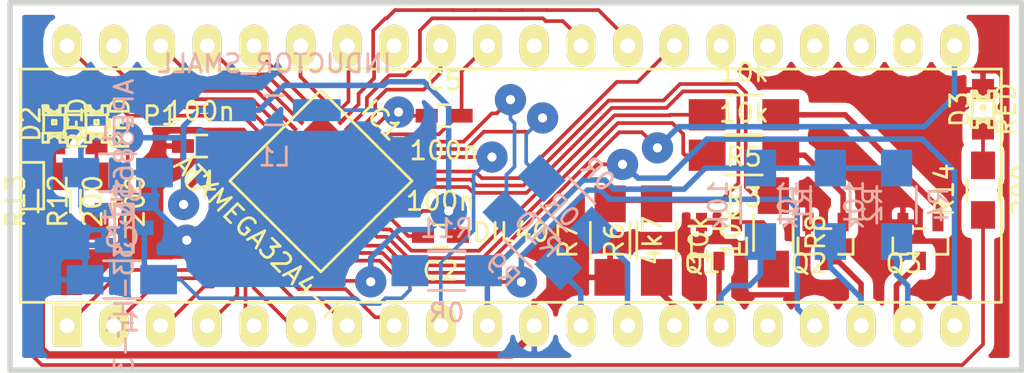
<source format=kicad_pcb>
(kicad_pcb (version 4) (host pcbnew "(2015-02-06 BZR 5410)-product")

  (general
    (links 80)
    (no_connects 0)
    (area 146.827381 47.849999 265.753572 143.150001)
    (thickness 1.6)
    (drawings 4)
    (tracks 518)
    (zones 0)
    (modules 29)
    (nets 50)
  )

  (page A4)
  (layers
    (0 F.Cu signal)
    (31 B.Cu signal)
    (32 B.Adhes user)
    (33 F.Adhes user)
    (34 B.Paste user)
    (35 F.Paste user)
    (36 B.SilkS user)
    (37 F.SilkS user)
    (38 B.Mask user)
    (39 F.Mask user)
    (40 Dwgs.User user)
    (41 Cmts.User user)
    (42 Eco1.User user)
    (43 Eco2.User user)
    (44 Edge.Cuts user)
  )

  (setup
    (last_trace_width 0.2)
    (user_trace_width 0.3)
    (user_trace_width 0.4)
    (trace_clearance 0.25)
    (zone_clearance 0.508)
    (zone_45_only no)
    (trace_min 0.2)
    (segment_width 0.2)
    (edge_width 0.3)
    (via_size 1.2)
    (via_drill 0.8)
    (via_min_size 0.889)
    (via_min_drill 0.508)
    (user_via 1.3 0.5)
    (user_via 1.4 0.5)
    (user_via 1.5 0.5)
    (user_via 1.6 0.5)
    (user_via 1.7 0.5)
    (user_via 2 0.5)
    (uvia_size 0.508)
    (uvia_drill 0.127)
    (uvias_allowed no)
    (uvia_min_size 0.508)
    (uvia_min_drill 0.127)
    (pcb_text_width 0.3)
    (pcb_text_size 1 1)
    (mod_edge_width 0.15)
    (mod_text_size 1 1)
    (mod_text_width 0.15)
    (pad_size 5.2 5.2)
    (pad_drill 0)
    (pad_to_mask_clearance 0)
    (aux_axis_origin 0 0)
    (visible_elements 7FFCFFFF)
    (pcbplotparams
      (layerselection 0x00000_80000000)
      (usegerberextensions false)
      (excludeedgelayer false)
      (linewidth 0.150000)
      (plotframeref false)
      (viasonmask false)
      (mode 1)
      (useauxorigin false)
      (hpglpennumber 1)
      (hpglpenspeed 20)
      (hpglpendiameter 15)
      (hpglpenoverlay 2)
      (psnegative false)
      (psa4output false)
      (plotreference false)
      (plotvalue false)
      (plotinvisibletext false)
      (padsonsilk false)
      (subtractmaskfromsilk false)
      (outputformat 4)
      (mirror false)
      (drillshape 1)
      (scaleselection 1)
      (outputdirectory Postprodukcja/))
  )

  (net 0 "")
  (net 1 +3.3V)
  (net 2 +3.3VADC)
  (net 3 /ADC_I)
  (net 4 /ADC_U)
  (net 5 /AREF)
  (net 6 /BUZER)
  (net 7 /DB0)
  (net 8 /DB1)
  (net 9 /DB2)
  (net 10 /DB3)
  (net 11 /DB4)
  (net 12 /DB5)
  (net 13 /DB6)
  (net 14 /DB7)
  (net 15 /E)
  (net 16 /NO_ADC)
  (net 17 /OW)
  (net 18 /PDI_DATA)
  (net 19 /PWM_CHG)
  (net 20 /PWM_DSG)
  (net 21 /R/W)
  (net 22 /RESET)
  (net 23 /RS)
  (net 24 /RXD)
  (net 25 /SW2)
  (net 26 /SW3)
  (net 27 /SW4)
  (net 28 /TXD)
  (net 29 /XTAL1)
  (net 30 /XTAL2)
  (net 31 AGND)
  (net 32 GND)
  (net 33 VCC)
  (net 34 "Net-(C3-Pad1)")
  (net 35 "Net-(IC1-Pad28)")
  (net 36 "Net-(IC1-Pad29)")
  (net 37 "Net-(IC1-Pad32)")
  (net 38 "Net-(IC1-Pad33)")
  (net 39 "Net-(P1-Pad12)")
  (net 40 "Net-(P1-Pad13)")
  (net 41 "Net-(Q1-Pad1)")
  (net 42 "Net-(Q2-Pad1)")
  (net 43 "Net-(Q3-Pad1)")
  (net 44 "Net-(D1-Pad1)")
  (net 45 "Net-(D1-Pad2)")
  (net 46 "Net-(D2-Pad1)")
  (net 47 "Net-(D2-Pad2)")
  (net 48 "Net-(D3-Pad1)")
  (net 49 /SW1)

  (net_class Default "To jest domyślna klasa połączeń."
    (clearance 0.25)
    (trace_width 0.2)
    (via_dia 1.2)
    (via_drill 0.8)
    (uvia_dia 0.508)
    (uvia_drill 0.127)
    (add_net +3.3V)
    (add_net +3.3VADC)
    (add_net /ADC_I)
    (add_net /ADC_U)
    (add_net /AREF)
    (add_net /BUZER)
    (add_net /DB0)
    (add_net /DB1)
    (add_net /DB2)
    (add_net /DB3)
    (add_net /DB4)
    (add_net /DB5)
    (add_net /DB6)
    (add_net /DB7)
    (add_net /E)
    (add_net /NO_ADC)
    (add_net /OW)
    (add_net /PDI_DATA)
    (add_net /PWM_CHG)
    (add_net /PWM_DSG)
    (add_net /R/W)
    (add_net /RESET)
    (add_net /RS)
    (add_net /RXD)
    (add_net /SW1)
    (add_net /SW2)
    (add_net /SW3)
    (add_net /SW4)
    (add_net /TXD)
    (add_net /XTAL1)
    (add_net /XTAL2)
    (add_net AGND)
    (add_net GND)
    (add_net "Net-(C3-Pad1)")
    (add_net "Net-(D1-Pad1)")
    (add_net "Net-(D1-Pad2)")
    (add_net "Net-(D2-Pad1)")
    (add_net "Net-(D2-Pad2)")
    (add_net "Net-(D3-Pad1)")
    (add_net "Net-(IC1-Pad28)")
    (add_net "Net-(IC1-Pad29)")
    (add_net "Net-(IC1-Pad32)")
    (add_net "Net-(IC1-Pad33)")
    (add_net "Net-(P1-Pad12)")
    (add_net "Net-(P1-Pad13)")
    (add_net "Net-(Q1-Pad1)")
    (add_net "Net-(Q2-Pad1)")
    (add_net "Net-(Q3-Pad1)")
    (add_net VCC)
  )

  (net_class power ""
    (clearance 0.25)
    (trace_width 0.3)
    (via_dia 1.2)
    (via_drill 0.8)
    (uvia_dia 0.508)
    (uvia_drill 0.127)
  )

  (module SMD_Packages:QFN-44-1EP (layer F.Cu) (tedit 54D28C0A) (tstamp 54D13E6F)
    (at 225.9 107.7 315)
    (descr "7x7mm QFN 44+1 pads")
    (tags "QFN VQFN")
    (path /530288A6)
    (attr smd)
    (fp_text reference IC1 (at 0 -4.675 315) (layer F.SilkS)
      (effects (font (size 1 1) (thickness 0.15)))
    )
    (fp_text value ATXMEGA32A4-M (at 0 4.625 315) (layer F.SilkS)
      (effects (font (size 1 1) (thickness 0.15)))
    )
    (fp_line (start -3.5 -3.5) (end 3.5 -3.5) (layer F.SilkS) (width 0.15))
    (fp_line (start 3.5 -3.5) (end 3.5 3.5) (layer F.SilkS) (width 0.15))
    (fp_line (start 3.5 3.5) (end -3.5 3.5) (layer F.SilkS) (width 0.15))
    (fp_line (start -3.5 3.5) (end -3.5 -3.5) (layer F.SilkS) (width 0.15))
    (pad 1 smd rect (at -3.225 -2.5 45) (size 0.23 0.7) (layers F.Cu F.Paste F.Mask)
      (net 3 /ADC_I))
    (pad 2 smd rect (at -3.225 -2 45) (size 0.23 0.7) (layers F.Cu F.Paste F.Mask)
      (net 15 /E))
    (pad 3 smd rect (at -3.225 -1.5 45) (size 0.23 0.7) (layers F.Cu F.Paste F.Mask)
      (net 21 /R/W))
    (pad 4 smd rect (at -3.225 -1 45) (size 0.23 0.7) (layers F.Cu F.Paste F.Mask)
      (net 23 /RS))
    (pad 5 smd rect (at -3.225 -0.5 45) (size 0.23 0.7) (layers F.Cu F.Paste F.Mask)
      (net 4 /ADC_U))
    (pad 6 smd rect (at -3.225 0 45) (size 0.23 0.7) (layers F.Cu F.Paste F.Mask)
      (net 47 "Net-(D2-Pad2)"))
    (pad 7 smd rect (at -3.225 0.5 45) (size 0.23 0.7) (layers F.Cu F.Paste F.Mask)
      (net 45 "Net-(D1-Pad2)"))
    (pad 8 smd rect (at -3.225 1 45) (size 0.23 0.7) (layers F.Cu F.Paste F.Mask)
      (net 32 GND))
    (pad 9 smd rect (at -3.225 1.5 45) (size 0.23 0.7) (layers F.Cu F.Paste F.Mask)
      (net 1 +3.3V))
    (pad 10 smd rect (at -3.225 2 45) (size 0.23 0.7) (layers F.Cu F.Paste F.Mask)
      (net 7 /DB0))
    (pad 11 smd rect (at -3.225 2.5 45) (size 0.23 0.7) (layers F.Cu F.Paste F.Mask)
      (net 8 /DB1))
    (pad 12 smd rect (at -2.5 3.225 315) (size 0.23 0.7) (layers F.Cu F.Paste F.Mask)
      (net 9 /DB2))
    (pad 13 smd rect (at -2 3.225 315) (size 0.23 0.7) (layers F.Cu F.Paste F.Mask)
      (net 10 /DB3))
    (pad 14 smd rect (at -1.5 3.225 315) (size 0.23 0.7) (layers F.Cu F.Paste F.Mask)
      (net 11 /DB4))
    (pad 15 smd rect (at -1.025 3.225 315) (size 0.23 0.7) (layers F.Cu F.Paste F.Mask)
      (net 12 /DB5))
    (pad 16 smd rect (at -0.5 3.225 315) (size 0.23 0.7) (layers F.Cu F.Paste F.Mask)
      (net 13 /DB6))
    (pad 17 smd rect (at 0 3.225 315) (size 0.23 0.7) (layers F.Cu F.Paste F.Mask)
      (net 14 /DB7))
    (pad 18 smd rect (at 0.5 3.225 315) (size 0.23 0.7) (layers F.Cu F.Paste F.Mask)
      (net 32 GND))
    (pad 19 smd rect (at 1 3.225 315) (size 0.23 0.7) (layers F.Cu F.Paste F.Mask)
      (net 1 +3.3V))
    (pad 20 smd rect (at 1.5 3.225 315) (size 0.23 0.7) (layers F.Cu F.Paste F.Mask))
    (pad 21 smd rect (at 2 3.225 315) (size 0.23 0.7) (layers F.Cu F.Paste F.Mask))
    (pad 22 smd rect (at 2.5 3.225 315) (size 0.23 0.7) (layers F.Cu F.Paste F.Mask))
    (pad 23 smd rect (at 3.225 2.5 45) (size 0.23 0.7) (layers F.Cu F.Paste F.Mask))
    (pad 24 smd rect (at 3.225 2 45) (size 0.23 0.7) (layers F.Cu F.Paste F.Mask)
      (net 25 /SW2))
    (pad 25 smd rect (at 3.225 1.5 45) (size 0.23 0.7) (layers F.Cu F.Paste F.Mask)
      (net 26 /SW3))
    (pad 26 smd rect (at 3.225 1 45) (size 0.23 0.7) (layers F.Cu F.Paste F.Mask)
      (net 27 /SW4))
    (pad 27 smd rect (at 3.225 0.5 45) (size 0.23 0.7) (layers F.Cu F.Paste F.Mask))
    (pad 28 smd rect (at 3.225 0 45) (size 0.23 0.7) (layers F.Cu F.Paste F.Mask)
      (net 35 "Net-(IC1-Pad28)"))
    (pad 29 smd rect (at 3.225 -0.5 45) (size 0.23 0.7) (layers F.Cu F.Paste F.Mask)
      (net 36 "Net-(IC1-Pad29)"))
    (pad 30 smd rect (at 3.225 -1 45) (size 0.23 0.7) (layers F.Cu F.Paste F.Mask)
      (net 32 GND))
    (pad 31 smd rect (at 3.225 -1.5 45) (size 0.23 0.7) (layers F.Cu F.Paste F.Mask)
      (net 1 +3.3V))
    (pad 32 smd rect (at 3.225 -2 45) (size 0.23 0.7) (layers F.Cu F.Paste F.Mask)
      (net 37 "Net-(IC1-Pad32)"))
    (pad 33 smd rect (at 3.225 -2.5 45) (size 0.23 0.7) (layers F.Cu F.Paste F.Mask)
      (net 38 "Net-(IC1-Pad33)"))
    (pad 34 smd rect (at 2.5 -3.225 315) (size 0.23 0.7) (layers F.Cu F.Paste F.Mask)
      (net 18 /PDI_DATA))
    (pad 35 smd rect (at 2 -3.225 315) (size 0.23 0.7) (layers F.Cu F.Paste F.Mask)
      (net 22 /RESET))
    (pad 36 smd rect (at 1.5 -3.225 315) (size 0.23 0.7) (layers F.Cu F.Paste F.Mask)
      (net 30 /XTAL2))
    (pad 37 smd rect (at 1 -3.225 315) (size 0.23 0.7) (layers F.Cu F.Paste F.Mask)
      (net 29 /XTAL1))
    (pad 38 smd rect (at 0.5 -3.225 315) (size 0.23 0.7) (layers F.Cu F.Paste F.Mask)
      (net 31 AGND))
    (pad 39 smd rect (at 0 -3.225 315) (size 0.23 0.7) (layers F.Cu F.Paste F.Mask)
      (net 2 +3.3VADC))
    (pad 40 smd rect (at -0.5 -3.225 315) (size 0.23 0.7) (layers F.Cu F.Paste F.Mask)
      (net 5 /AREF))
    (pad 41 smd rect (at -1 -3.225 315) (size 0.23 0.7) (layers F.Cu F.Paste F.Mask)
      (net 17 /OW))
    (pad 42 smd rect (at -1.5 -3.225 315) (size 0.23 0.7) (layers F.Cu F.Paste F.Mask)
      (net 49 /SW1))
    (pad 43 smd rect (at -2 -3.225 315) (size 0.23 0.7) (layers F.Cu F.Paste F.Mask)
      (net 6 /BUZER))
    (pad 44 smd rect (at -2.5 -3.225 315) (size 0.23 0.7) (layers F.Cu F.Paste F.Mask)
      (net 16 /NO_ADC))
    (pad 45 smd rect (at 0 0 315) (size 5.2 5.2) (layers F.Cu F.Paste F.Mask))
  )

  (module Capacitors_SMD:C_1206_HandSoldering (layer B.Cu) (tedit 541A9C03) (tstamp 54D13E62)
    (at 215.075 113.075 180)
    (descr "Capacitor SMD 1206, hand soldering")
    (tags "capacitor 1206")
    (path /54D13F35)
    (attr smd)
    (fp_text reference C3 (at 0 2.3 180) (layer B.SilkS)
      (effects (font (size 1 1) (thickness 0.15)) (justify mirror))
    )
    (fp_text value 1µ (at 0 -2.3 180) (layer B.SilkS)
      (effects (font (size 1 1) (thickness 0.15)) (justify mirror))
    )
    (fp_line (start -3.3 1.15) (end 3.3 1.15) (layer B.CrtYd) (width 0.05))
    (fp_line (start -3.3 -1.15) (end 3.3 -1.15) (layer B.CrtYd) (width 0.05))
    (fp_line (start -3.3 1.15) (end -3.3 -1.15) (layer B.CrtYd) (width 0.05))
    (fp_line (start 3.3 1.15) (end 3.3 -1.15) (layer B.CrtYd) (width 0.05))
    (fp_line (start 1 1.025) (end -1 1.025) (layer B.SilkS) (width 0.15))
    (fp_line (start -1 -1.025) (end 1 -1.025) (layer B.SilkS) (width 0.15))
    (pad 1 smd rect (at -2 0 180) (size 2 1.6) (layers B.Cu B.Paste B.Mask)
      (net 34 "Net-(C3-Pad1)"))
    (pad 2 smd rect (at 2 0 180) (size 2 1.6) (layers B.Cu B.Paste B.Mask)
      (net 32 GND))
    (model Capacitors_SMD/C_1206_HandSoldering.wrl
      (at (xyz 0 0 0))
      (scale (xyz 1 1 1))
      (rotate (xyz 0 0 0))
    )
  )

  (module Capacitors_SMD:C_1206_HandSoldering (layer B.Cu) (tedit 541A9C03) (tstamp 54D13E68)
    (at 214.85 107.25)
    (descr "Capacitor SMD 1206, hand soldering")
    (tags "capacitor 1206")
    (path /54D1410B)
    (attr smd)
    (fp_text reference C4 (at 0 2.3) (layer B.SilkS)
      (effects (font (size 1 1) (thickness 0.15)) (justify mirror))
    )
    (fp_text value 1µ (at 0 -2.3) (layer B.SilkS)
      (effects (font (size 1 1) (thickness 0.15)) (justify mirror))
    )
    (fp_line (start -3.3 1.15) (end 3.3 1.15) (layer B.CrtYd) (width 0.05))
    (fp_line (start -3.3 -1.15) (end 3.3 -1.15) (layer B.CrtYd) (width 0.05))
    (fp_line (start -3.3 1.15) (end -3.3 -1.15) (layer B.CrtYd) (width 0.05))
    (fp_line (start 3.3 1.15) (end 3.3 -1.15) (layer B.CrtYd) (width 0.05))
    (fp_line (start 1 1.025) (end -1 1.025) (layer B.SilkS) (width 0.15))
    (fp_line (start -1 -1.025) (end 1 -1.025) (layer B.SilkS) (width 0.15))
    (pad 1 smd rect (at -2 0) (size 2 1.6) (layers B.Cu B.Paste B.Mask)
      (net 1 +3.3V))
    (pad 2 smd rect (at 2 0) (size 2 1.6) (layers B.Cu B.Paste B.Mask)
      (net 32 GND))
    (model Capacitors_SMD/C_1206_HandSoldering.wrl
      (at (xyz 0 0 0))
      (scale (xyz 1 1 1))
      (rotate (xyz 0 0 0))
    )
  )

  (module Choke_SMD:Choke_SMD_1206_Handsoldering (layer B.Cu) (tedit 54D13E04) (tstamp 54D13EA4)
    (at 223.375 103.85)
    (descr "Choke, Drossel, SMD, 1206, Handsoldering,")
    (tags "Choke, Drossel, SMD, 1206, Handsoldering,")
    (path /54D1443A)
    (attr smd)
    (fp_text reference L1 (at 0 2.54) (layer B.SilkS)
      (effects (font (size 1 1) (thickness 0.15)) (justify mirror))
    )
    (fp_text value INDUCTOR_SMALL (at 0 -2.54) (layer B.SilkS)
      (effects (font (size 1 1) (thickness 0.15)) (justify mirror))
    )
    (fp_line (start -0.55118 -0.8001) (end 0.50038 -0.8001) (layer B.SilkS) (width 0.15))
    (fp_line (start 0.55118 0.8001) (end -0.50038 0.8001) (layer B.SilkS) (width 0.15))
    (pad 1 smd rect (at -2.30124 0) (size 2.59842 1.19888) (layers B.Cu B.Paste B.Mask)
      (net 1 +3.3V))
    (pad 2 smd rect (at 2.30124 0) (size 2.60096 1.19888) (layers B.Cu B.Paste B.Mask)
      (net 2 +3.3VADC))
  )

  (module Sockets_DIP:DIP-40__600_ELL (layer F.Cu) (tedit 54D13E04) (tstamp 54DCD1B6)
    (at 236.23 107.96)
    (descr "Module Dil 40 pins, pads elliptiques, e=600 mils")
    (tags DIL)
    (path /53028946)
    (fp_text reference P1 (at -19.05 -3.81) (layer F.SilkS)
      (effects (font (size 1 1) (thickness 0.15)))
    )
    (fp_text value DIL40 (at 0 2.54) (layer F.SilkS)
      (effects (font (size 1 1) (thickness 0.15)))
    )
    (fp_line (start -26.67 -1.27) (end -25.4 -1.27) (layer F.SilkS) (width 0.15))
    (fp_line (start -25.4 -1.27) (end -25.4 1.27) (layer F.SilkS) (width 0.15))
    (fp_line (start -25.4 1.27) (end -26.67 1.27) (layer F.SilkS) (width 0.15))
    (fp_line (start -26.67 -6.35) (end 26.67 -6.35) (layer F.SilkS) (width 0.15))
    (fp_line (start 26.67 -6.35) (end 26.67 6.35) (layer F.SilkS) (width 0.15))
    (fp_line (start 26.67 6.35) (end -26.67 6.35) (layer F.SilkS) (width 0.15))
    (fp_line (start -26.67 6.35) (end -26.67 -6.35) (layer F.SilkS) (width 0.15))
    (pad 1 thru_hole rect (at -24.13 7.62) (size 1.5748 2.286) (drill 0.8128) (layers *.Cu *.Mask F.SilkS)
      (net 7 /DB0))
    (pad 2 thru_hole oval (at -21.59 7.62) (size 1.5748 2.286) (drill 0.8128) (layers *.Cu *.Mask F.SilkS)
      (net 8 /DB1))
    (pad 3 thru_hole oval (at -19.05 7.62) (size 1.5748 2.286) (drill 0.8128) (layers *.Cu *.Mask F.SilkS)
      (net 9 /DB2))
    (pad 4 thru_hole oval (at -16.51 7.62) (size 1.5748 2.286) (drill 0.8128) (layers *.Cu *.Mask F.SilkS)
      (net 10 /DB3))
    (pad 5 thru_hole oval (at -13.97 7.62) (size 1.5748 2.286) (drill 0.8128) (layers *.Cu *.Mask F.SilkS)
      (net 11 /DB4))
    (pad 6 thru_hole oval (at -11.43 7.62) (size 1.5748 2.286) (drill 0.8128) (layers *.Cu *.Mask F.SilkS)
      (net 12 /DB5))
    (pad 7 thru_hole oval (at -8.89 7.62) (size 1.5748 2.286) (drill 0.8128) (layers *.Cu *.Mask F.SilkS)
      (net 13 /DB6))
    (pad 8 thru_hole oval (at -6.35 7.62) (size 1.5748 2.286) (drill 0.8128) (layers *.Cu *.Mask F.SilkS)
      (net 14 /DB7))
    (pad 9 thru_hole oval (at -3.81 7.62) (size 1.5748 2.286) (drill 0.8128) (layers *.Cu *.Mask F.SilkS)
      (net 22 /RESET))
    (pad 10 thru_hole oval (at -1.27 7.62) (size 1.5748 2.286) (drill 0.8128) (layers *.Cu *.Mask F.SilkS)
      (net 33 VCC))
    (pad 11 thru_hole oval (at 1.27 7.62) (size 1.5748 2.286) (drill 0.8128) (layers *.Cu *.Mask F.SilkS)
      (net 32 GND))
    (pad 12 thru_hole oval (at 3.81 7.62) (size 1.5748 2.286) (drill 0.8128) (layers *.Cu *.Mask F.SilkS)
      (net 39 "Net-(P1-Pad12)"))
    (pad 13 thru_hole oval (at 6.35 7.62) (size 1.5748 2.286) (drill 0.8128) (layers *.Cu *.Mask F.SilkS)
      (net 40 "Net-(P1-Pad13)"))
    (pad 14 thru_hole oval (at 8.89 7.62) (size 1.5748 2.286) (drill 0.8128) (layers *.Cu *.Mask F.SilkS)
      (net 24 /RXD))
    (pad 15 thru_hole oval (at 11.43 7.62) (size 1.5748 2.286) (drill 0.8128) (layers *.Cu *.Mask F.SilkS)
      (net 28 /TXD))
    (pad 16 thru_hole oval (at 13.97 7.62) (size 1.5748 2.286) (drill 0.8128) (layers *.Cu *.Mask F.SilkS))
    (pad 17 thru_hole oval (at 16.51 7.62) (size 1.5748 2.286) (drill 0.8128) (layers *.Cu *.Mask F.SilkS)
      (net 25 /SW2))
    (pad 18 thru_hole oval (at 19.05 7.62) (size 1.5748 2.286) (drill 0.8128) (layers *.Cu *.Mask F.SilkS)
      (net 20 /PWM_DSG))
    (pad 19 thru_hole oval (at 21.59 7.62) (size 1.5748 2.286) (drill 0.8128) (layers *.Cu *.Mask F.SilkS)
      (net 19 /PWM_CHG))
    (pad 20 thru_hole oval (at 24.13 7.62) (size 1.5748 2.286) (drill 0.8128) (layers *.Cu *.Mask F.SilkS)
      (net 26 /SW3))
    (pad 21 thru_hole oval (at 24.13 -7.62) (size 1.5748 2.286) (drill 0.8128) (layers *.Cu *.Mask F.SilkS)
      (net 27 /SW4))
    (pad 22 thru_hole oval (at 21.59 -7.62) (size 1.5748 2.286) (drill 0.8128) (layers *.Cu *.Mask F.SilkS))
    (pad 23 thru_hole oval (at 19.05 -7.62) (size 1.5748 2.286) (drill 0.8128) (layers *.Cu *.Mask F.SilkS))
    (pad 24 thru_hole oval (at 16.51 -7.62) (size 1.5748 2.286) (drill 0.8128) (layers *.Cu *.Mask F.SilkS))
    (pad 25 thru_hole oval (at 13.97 -7.62) (size 1.5748 2.286) (drill 0.8128) (layers *.Cu *.Mask F.SilkS))
    (pad 26 thru_hole oval (at 11.43 -7.62) (size 1.5748 2.286) (drill 0.8128) (layers *.Cu *.Mask F.SilkS))
    (pad 27 thru_hole oval (at 8.89 -7.62) (size 1.5748 2.286) (drill 0.8128) (layers *.Cu *.Mask F.SilkS)
      (net 18 /PDI_DATA))
    (pad 28 thru_hole oval (at 6.35 -7.62) (size 1.5748 2.286) (drill 0.8128) (layers *.Cu *.Mask F.SilkS)
      (net 49 /SW1))
    (pad 29 thru_hole oval (at 3.81 -7.62) (size 1.5748 2.286) (drill 0.8128) (layers *.Cu *.Mask F.SilkS)
      (net 17 /OW))
    (pad 30 thru_hole oval (at 1.27 -7.62) (size 1.5748 2.286) (drill 0.8128) (layers *.Cu *.Mask F.SilkS))
    (pad 31 thru_hole oval (at -1.27 -7.62) (size 1.5748 2.286) (drill 0.8128) (layers *.Cu *.Mask F.SilkS)
      (net 31 AGND))
    (pad 32 thru_hole oval (at -3.81 -7.62) (size 1.5748 2.286) (drill 0.8128) (layers *.Cu *.Mask F.SilkS)
      (net 5 /AREF))
    (pad 33 thru_hole oval (at -6.35 -7.62) (size 1.5748 2.286) (drill 0.8128) (layers *.Cu *.Mask F.SilkS))
    (pad 34 thru_hole oval (at -8.89 -7.62) (size 1.5748 2.286) (drill 0.8128) (layers *.Cu *.Mask F.SilkS)
      (net 6 /BUZER))
    (pad 35 thru_hole oval (at -11.43 -7.62) (size 1.5748 2.286) (drill 0.8128) (layers *.Cu *.Mask F.SilkS)
      (net 16 /NO_ADC))
    (pad 36 thru_hole oval (at -13.97 -7.62) (size 1.5748 2.286) (drill 0.8128) (layers *.Cu *.Mask F.SilkS)
      (net 3 /ADC_I))
    (pad 37 thru_hole oval (at -16.51 -7.62) (size 1.5748 2.286) (drill 0.8128) (layers *.Cu *.Mask F.SilkS)
      (net 15 /E))
    (pad 38 thru_hole oval (at -19.05 -7.62) (size 1.5748 2.286) (drill 0.8128) (layers *.Cu *.Mask F.SilkS)
      (net 21 /R/W))
    (pad 39 thru_hole oval (at -21.59 -7.62) (size 1.5748 2.286) (drill 0.8128) (layers *.Cu *.Mask F.SilkS)
      (net 23 /RS))
    (pad 40 thru_hole oval (at -24.13 -7.62) (size 1.5748 2.286) (drill 0.8128) (layers *.Cu *.Mask F.SilkS)
      (net 4 /ADC_U))
    (model Sockets_DIP/DIP-40__600_ELL.wrl
      (at (xyz 0 0 0))
      (scale (xyz 1 1 1))
      (rotate (xyz 0 0 0))
    )
  )

  (module Transistors_SMD:sot23 (layer F.Cu) (tedit 54D13E04) (tstamp 54D13ED0)
    (at 247.5484 110.998 180)
    (descr SOT23)
    (path /53051042)
    (attr smd)
    (fp_text reference Q1 (at 0.9 -1.2 180) (layer F.SilkS)
      (effects (font (size 1 1) (thickness 0.15)))
    )
    (fp_text value BC817-40 (at 0 2.3 180) (layer F.SilkS) hide
      (effects (font (size 1 1) (thickness 0.15)))
    )
    (fp_line (start -1.5 0.2) (end -1.5 -0.7) (layer F.SilkS) (width 0.15))
    (fp_line (start -1.5 -0.7) (end -0.7 -0.7) (layer F.SilkS) (width 0.15))
    (fp_line (start 1.5 0.2) (end 1.5 -0.7) (layer F.SilkS) (width 0.15))
    (fp_line (start 1.5 -0.7) (end 0.7 -0.7) (layer F.SilkS) (width 0.15))
    (fp_line (start 0.3 0.7) (end -0.3 0.7) (layer F.SilkS) (width 0.15))
    (pad 1 smd rect (at -0.9525 1.05664 180) (size 0.59944 1.00076) (layers F.Cu F.Paste F.Mask)
      (net 41 "Net-(Q1-Pad1)"))
    (pad 3 smd rect (at 0 -1.05664 180) (size 0.59944 1.00076) (layers F.Cu F.Paste F.Mask)
      (net 28 /TXD))
    (pad 2 smd rect (at 0.9525 1.05664 180) (size 0.59944 1.00076) (layers F.Cu F.Paste F.Mask)
      (net 32 GND))
    (model Transistors_SMD/sot23.wrl
      (at (xyz 0 0 0))
      (scale (xyz 1 1 1))
      (rotate (xyz 0 0 0))
    )
  )

  (module Transistors_SMD:sot23 (layer F.Cu) (tedit 54D13E04) (tstamp 54D13ED6)
    (at 253.3396 110.998 180)
    (descr SOT23)
    (path /53051009)
    (attr smd)
    (fp_text reference Q2 (at 0.9 -1.2 180) (layer F.SilkS)
      (effects (font (size 1 1) (thickness 0.15)))
    )
    (fp_text value BC817-40 (at 0 2.3 180) (layer F.SilkS) hide
      (effects (font (size 1 1) (thickness 0.15)))
    )
    (fp_line (start -1.5 0.2) (end -1.5 -0.7) (layer F.SilkS) (width 0.15))
    (fp_line (start -1.5 -0.7) (end -0.7 -0.7) (layer F.SilkS) (width 0.15))
    (fp_line (start 1.5 0.2) (end 1.5 -0.7) (layer F.SilkS) (width 0.15))
    (fp_line (start 1.5 -0.7) (end 0.7 -0.7) (layer F.SilkS) (width 0.15))
    (fp_line (start 0.3 0.7) (end -0.3 0.7) (layer F.SilkS) (width 0.15))
    (pad 1 smd rect (at -0.9525 1.05664 180) (size 0.59944 1.00076) (layers F.Cu F.Paste F.Mask)
      (net 42 "Net-(Q2-Pad1)"))
    (pad 3 smd rect (at 0 -1.05664 180) (size 0.59944 1.00076) (layers F.Cu F.Paste F.Mask)
      (net 20 /PWM_DSG))
    (pad 2 smd rect (at 0.9525 1.05664 180) (size 0.59944 1.00076) (layers F.Cu F.Paste F.Mask)
      (net 32 GND))
    (model Transistors_SMD/sot23.wrl
      (at (xyz 0 0 0))
      (scale (xyz 1 1 1))
      (rotate (xyz 0 0 0))
    )
  )

  (module Transistors_SMD:sot23 (layer F.Cu) (tedit 54D13E04) (tstamp 54D13EDC)
    (at 258.4958 110.998 180)
    (descr SOT23)
    (path /53050FE0)
    (attr smd)
    (fp_text reference Q3 (at 0.9 -1.2 180) (layer F.SilkS)
      (effects (font (size 1 1) (thickness 0.15)))
    )
    (fp_text value BC817-40 (at 0 2.3 180) (layer F.SilkS) hide
      (effects (font (size 1 1) (thickness 0.15)))
    )
    (fp_line (start -1.5 0.2) (end -1.5 -0.7) (layer F.SilkS) (width 0.15))
    (fp_line (start -1.5 -0.7) (end -0.7 -0.7) (layer F.SilkS) (width 0.15))
    (fp_line (start 1.5 0.2) (end 1.5 -0.7) (layer F.SilkS) (width 0.15))
    (fp_line (start 1.5 -0.7) (end 0.7 -0.7) (layer F.SilkS) (width 0.15))
    (fp_line (start 0.3 0.7) (end -0.3 0.7) (layer F.SilkS) (width 0.15))
    (pad 1 smd rect (at -0.9525 1.05664 180) (size 0.59944 1.00076) (layers F.Cu F.Paste F.Mask)
      (net 43 "Net-(Q3-Pad1)"))
    (pad 3 smd rect (at 0 -1.05664 180) (size 0.59944 1.00076) (layers F.Cu F.Paste F.Mask)
      (net 19 /PWM_CHG))
    (pad 2 smd rect (at 0.9525 1.05664 180) (size 0.59944 1.00076) (layers F.Cu F.Paste F.Mask)
      (net 32 GND))
    (model Transistors_SMD/sot23.wrl
      (at (xyz 0 0 0))
      (scale (xyz 1 1 1))
      (rotate (xyz 0 0 0))
    )
  )

  (module SMD_Packages:SOT-23 (layer B.Cu) (tedit 54D13E04) (tstamp 54D13F1F)
    (at 215.2 110.25 90)
    (tags SOT23)
    (path /54D1474B)
    (fp_text reference U1 (at 1.99898 0.09906 360) (layer B.SilkS)
      (effects (font (size 1 1) (thickness 0.15)) (justify mirror))
    )
    (fp_text value APE8865N-33-HF-3 (at 0.0635 0 90) (layer B.SilkS)
      (effects (font (size 1 1) (thickness 0.15)) (justify mirror))
    )
    (fp_circle (center -1.17602 -0.35052) (end -1.30048 -0.44958) (layer B.SilkS) (width 0.15))
    (fp_line (start 1.27 0.508) (end 1.27 -0.508) (layer B.SilkS) (width 0.15))
    (fp_line (start -1.3335 0.508) (end -1.3335 -0.508) (layer B.SilkS) (width 0.15))
    (fp_line (start 1.27 -0.508) (end -1.3335 -0.508) (layer B.SilkS) (width 0.15))
    (fp_line (start -1.3335 0.508) (end 1.27 0.508) (layer B.SilkS) (width 0.15))
    (pad 3 smd rect (at 0 1.09982 90) (size 0.8001 1.00076) (layers B.Cu B.Paste B.Mask)
      (net 34 "Net-(C3-Pad1)"))
    (pad 2 smd rect (at 0.9525 -1.09982 90) (size 0.8001 1.00076) (layers B.Cu B.Paste B.Mask)
      (net 1 +3.3V))
    (pad 1 smd rect (at -0.9525 -1.09982 90) (size 0.8001 1.00076) (layers B.Cu B.Paste B.Mask)
      (net 32 GND))
    (model SMD_Packages/SOT-23.wrl
      (at (xyz 0 0 0))
      (scale (xyz 0.4 0.4 0.4))
      (rotate (xyz 0 0 180))
    )
  )

  (module Capacitors_SMD:C_0603_HandSoldering (layer F.Cu) (tedit 541A9B4D) (tstamp 54D28699)
    (at 232.6 104.15)
    (descr "Capacitor SMD 0603, hand soldering")
    (tags "capacitor 0603")
    (path /54D1423D)
    (attr smd)
    (fp_text reference C5 (at 0 -1.9) (layer F.SilkS)
      (effects (font (size 1 1) (thickness 0.15)))
    )
    (fp_text value 100n (at 0 1.9) (layer F.SilkS)
      (effects (font (size 1 1) (thickness 0.15)))
    )
    (fp_line (start -1.85 -0.75) (end 1.85 -0.75) (layer F.CrtYd) (width 0.05))
    (fp_line (start -1.85 0.75) (end 1.85 0.75) (layer F.CrtYd) (width 0.05))
    (fp_line (start -1.85 -0.75) (end -1.85 0.75) (layer F.CrtYd) (width 0.05))
    (fp_line (start 1.85 -0.75) (end 1.85 0.75) (layer F.CrtYd) (width 0.05))
    (fp_line (start -0.35 -0.6) (end 0.35 -0.6) (layer F.SilkS) (width 0.15))
    (fp_line (start 0.35 0.6) (end -0.35 0.6) (layer F.SilkS) (width 0.15))
    (pad 1 smd rect (at -0.95 0) (size 1.2 0.75) (layers F.Cu F.Paste F.Mask)
      (net 2 +3.3VADC))
    (pad 2 smd rect (at 0.95 0) (size 1.2 0.75) (layers F.Cu F.Paste F.Mask)
      (net 31 AGND))
    (model Capacitors_SMD/C_0603_HandSoldering.wrl
      (at (xyz 0 0 0))
      (scale (xyz 1 1 1))
      (rotate (xyz 0 0 0))
    )
  )

  (module Capacitors_SMD:C_0603_HandSoldering (layer F.Cu) (tedit 541A9B4D) (tstamp 54D2870E)
    (at 219.35 105.8 180)
    (descr "Capacitor SMD 0603, hand soldering")
    (tags "capacitor 0603")
    (path /54D13C7F)
    (attr smd)
    (fp_text reference C1 (at 0 -1.9 180) (layer F.SilkS)
      (effects (font (size 1 1) (thickness 0.15)))
    )
    (fp_text value 100n (at 0 1.9 180) (layer F.SilkS)
      (effects (font (size 1 1) (thickness 0.15)))
    )
    (fp_line (start -1.85 -0.75) (end 1.85 -0.75) (layer F.CrtYd) (width 0.05))
    (fp_line (start -1.85 0.75) (end 1.85 0.75) (layer F.CrtYd) (width 0.05))
    (fp_line (start -1.85 -0.75) (end -1.85 0.75) (layer F.CrtYd) (width 0.05))
    (fp_line (start 1.85 -0.75) (end 1.85 0.75) (layer F.CrtYd) (width 0.05))
    (fp_line (start -0.35 -0.6) (end 0.35 -0.6) (layer F.SilkS) (width 0.15))
    (fp_line (start 0.35 0.6) (end -0.35 0.6) (layer F.SilkS) (width 0.15))
    (pad 1 smd rect (at -0.95 0 180) (size 1.2 0.75) (layers F.Cu F.Paste F.Mask)
      (net 1 +3.3V))
    (pad 2 smd rect (at 0.95 0 180) (size 1.2 0.75) (layers F.Cu F.Paste F.Mask)
      (net 32 GND))
    (model Capacitors_SMD/C_0603_HandSoldering.wrl
      (at (xyz 0 0 0))
      (scale (xyz 1 1 1))
      (rotate (xyz 0 0 0))
    )
  )

  (module Capacitors_SMD:C_0603_HandSoldering (layer F.Cu) (tedit 541A9B4D) (tstamp 54D28713)
    (at 232.4 110.7 180)
    (descr "Capacitor SMD 0603, hand soldering")
    (tags "capacitor 0603")
    (path /54D13CD2)
    (attr smd)
    (fp_text reference C2 (at 0 -1.9 180) (layer F.SilkS)
      (effects (font (size 1 1) (thickness 0.15)))
    )
    (fp_text value 100n (at 0 1.9 180) (layer F.SilkS)
      (effects (font (size 1 1) (thickness 0.15)))
    )
    (fp_line (start -1.85 -0.75) (end 1.85 -0.75) (layer F.CrtYd) (width 0.05))
    (fp_line (start -1.85 0.75) (end 1.85 0.75) (layer F.CrtYd) (width 0.05))
    (fp_line (start -1.85 -0.75) (end -1.85 0.75) (layer F.CrtYd) (width 0.05))
    (fp_line (start 1.85 -0.75) (end 1.85 0.75) (layer F.CrtYd) (width 0.05))
    (fp_line (start -0.35 -0.6) (end 0.35 -0.6) (layer F.SilkS) (width 0.15))
    (fp_line (start 0.35 0.6) (end -0.35 0.6) (layer F.SilkS) (width 0.15))
    (pad 1 smd rect (at -0.95 0 180) (size 1.2 0.75) (layers F.Cu F.Paste F.Mask)
      (net 1 +3.3V))
    (pad 2 smd rect (at 0.95 0 180) (size 1.2 0.75) (layers F.Cu F.Paste F.Mask)
      (net 32 GND))
    (model Capacitors_SMD/C_0603_HandSoldering.wrl
      (at (xyz 0 0 0))
      (scale (xyz 1 1 1))
      (rotate (xyz 0 0 0))
    )
  )

  (module LEDs:LED-0805 (layer F.Cu) (tedit 54DCCD84) (tstamp 54DCCDED)
    (at 213.7 104.6 90)
    (descr "LED 0805 smd package")
    (tags "LED 0805 SMD")
    (path /54DD1A8C)
    (attr smd)
    (fp_text reference D1 (at 0 -1.27 90) (layer F.SilkS)
      (effects (font (size 1 1) (thickness 0.15)))
    )
    (fp_text value RED (at 0 1.27 90) (layer F.SilkS)
      (effects (font (size 1 1) (thickness 0.15)))
    )
    (fp_line (start 0.49784 0.29972) (end 0.49784 0.62484) (layer F.SilkS) (width 0.15))
    (fp_line (start 0.49784 0.62484) (end 0.99822 0.62484) (layer F.SilkS) (width 0.15))
    (fp_line (start 0.99822 0.29972) (end 0.99822 0.62484) (layer F.SilkS) (width 0.15))
    (fp_line (start 0.49784 0.29972) (end 0.99822 0.29972) (layer F.SilkS) (width 0.15))
    (fp_line (start 0.49784 -0.32258) (end 0.49784 -0.17272) (layer F.SilkS) (width 0.15))
    (fp_line (start 0.49784 -0.17272) (end 0.7493 -0.17272) (layer F.SilkS) (width 0.15))
    (fp_line (start 0.7493 -0.32258) (end 0.7493 -0.17272) (layer F.SilkS) (width 0.15))
    (fp_line (start 0.49784 -0.32258) (end 0.7493 -0.32258) (layer F.SilkS) (width 0.15))
    (fp_line (start 0.49784 0.17272) (end 0.49784 0.32258) (layer F.SilkS) (width 0.15))
    (fp_line (start 0.49784 0.32258) (end 0.7493 0.32258) (layer F.SilkS) (width 0.15))
    (fp_line (start 0.7493 0.17272) (end 0.7493 0.32258) (layer F.SilkS) (width 0.15))
    (fp_line (start 0.49784 0.17272) (end 0.7493 0.17272) (layer F.SilkS) (width 0.15))
    (fp_line (start 0.49784 -0.19812) (end 0.49784 0.19812) (layer F.SilkS) (width 0.15))
    (fp_line (start 0.49784 0.19812) (end 0.6731 0.19812) (layer F.SilkS) (width 0.15))
    (fp_line (start 0.6731 -0.19812) (end 0.6731 0.19812) (layer F.SilkS) (width 0.15))
    (fp_line (start 0.49784 -0.19812) (end 0.6731 -0.19812) (layer F.SilkS) (width 0.15))
    (fp_line (start -0.99822 0.29972) (end -0.99822 0.62484) (layer F.SilkS) (width 0.15))
    (fp_line (start -0.99822 0.62484) (end -0.49784 0.62484) (layer F.SilkS) (width 0.15))
    (fp_line (start -0.49784 0.29972) (end -0.49784 0.62484) (layer F.SilkS) (width 0.15))
    (fp_line (start -0.99822 0.29972) (end -0.49784 0.29972) (layer F.SilkS) (width 0.15))
    (fp_line (start -0.99822 -0.62484) (end -0.99822 -0.29972) (layer F.SilkS) (width 0.15))
    (fp_line (start -0.99822 -0.29972) (end -0.49784 -0.29972) (layer F.SilkS) (width 0.15))
    (fp_line (start -0.49784 -0.62484) (end -0.49784 -0.29972) (layer F.SilkS) (width 0.15))
    (fp_line (start -0.99822 -0.62484) (end -0.49784 -0.62484) (layer F.SilkS) (width 0.15))
    (fp_line (start -0.7493 0.17272) (end -0.7493 0.32258) (layer F.SilkS) (width 0.15))
    (fp_line (start -0.7493 0.32258) (end -0.49784 0.32258) (layer F.SilkS) (width 0.15))
    (fp_line (start -0.49784 0.17272) (end -0.49784 0.32258) (layer F.SilkS) (width 0.15))
    (fp_line (start -0.7493 0.17272) (end -0.49784 0.17272) (layer F.SilkS) (width 0.15))
    (fp_line (start -0.7493 -0.32258) (end -0.7493 -0.17272) (layer F.SilkS) (width 0.15))
    (fp_line (start -0.7493 -0.17272) (end -0.49784 -0.17272) (layer F.SilkS) (width 0.15))
    (fp_line (start -0.49784 -0.32258) (end -0.49784 -0.17272) (layer F.SilkS) (width 0.15))
    (fp_line (start -0.7493 -0.32258) (end -0.49784 -0.32258) (layer F.SilkS) (width 0.15))
    (fp_line (start -0.6731 -0.19812) (end -0.6731 0.19812) (layer F.SilkS) (width 0.15))
    (fp_line (start -0.6731 0.19812) (end -0.49784 0.19812) (layer F.SilkS) (width 0.15))
    (fp_line (start -0.49784 -0.19812) (end -0.49784 0.19812) (layer F.SilkS) (width 0.15))
    (fp_line (start -0.6731 -0.19812) (end -0.49784 -0.19812) (layer F.SilkS) (width 0.15))
    (fp_line (start 0 -0.09906) (end 0 0.09906) (layer F.SilkS) (width 0.15))
    (fp_line (start 0 0.09906) (end 0.19812 0.09906) (layer F.SilkS) (width 0.15))
    (fp_line (start 0.19812 -0.09906) (end 0.19812 0.09906) (layer F.SilkS) (width 0.15))
    (fp_line (start 0 -0.09906) (end 0.19812 -0.09906) (layer F.SilkS) (width 0.15))
    (fp_line (start 0.49784 -0.59944) (end 0.49784 -0.29972) (layer F.SilkS) (width 0.15))
    (fp_line (start 0.49784 -0.29972) (end 0.79756 -0.29972) (layer F.SilkS) (width 0.15))
    (fp_line (start 0.79756 -0.59944) (end 0.79756 -0.29972) (layer F.SilkS) (width 0.15))
    (fp_line (start 0.49784 -0.59944) (end 0.79756 -0.59944) (layer F.SilkS) (width 0.15))
    (fp_line (start 0.92456 -0.62484) (end 0.92456 -0.39878) (layer F.SilkS) (width 0.15))
    (fp_line (start 0.92456 -0.39878) (end 0.99822 -0.39878) (layer F.SilkS) (width 0.15))
    (fp_line (start 0.99822 -0.62484) (end 0.99822 -0.39878) (layer F.SilkS) (width 0.15))
    (fp_line (start 0.92456 -0.62484) (end 0.99822 -0.62484) (layer F.SilkS) (width 0.15))
    (fp_line (start 0.52324 0.57404) (end -0.52324 0.57404) (layer F.SilkS) (width 0.15))
    (fp_line (start -0.49784 -0.57404) (end 0.92456 -0.57404) (layer F.SilkS) (width 0.15))
    (fp_circle (center 0.84836 -0.44958) (end 0.89916 -0.50038) (layer F.SilkS) (width 0.15))
    (fp_arc (start 0.99822 0) (end 0.99822 0.34798) (angle 180) (layer F.SilkS) (width 0.15))
    (fp_arc (start -0.99822 0) (end -0.99822 -0.34798) (angle 180) (layer F.SilkS) (width 0.15))
    (pad 1 smd rect (at -1.04902 0 90) (size 1.19888 1.19888) (layers F.Cu F.Paste F.Mask)
      (net 44 "Net-(D1-Pad1)"))
    (pad 2 smd rect (at 1.04902 0 90) (size 1.19888 1.19888) (layers F.Cu F.Paste F.Mask)
      (net 45 "Net-(D1-Pad2)"))
  )

  (module LEDs:LED-0805 (layer F.Cu) (tedit 54DCCD84) (tstamp 54DCCDF3)
    (at 211.4 104.6 90)
    (descr "LED 0805 smd package")
    (tags "LED 0805 SMD")
    (path /54DD2463)
    (attr smd)
    (fp_text reference D2 (at 0 -1.27 90) (layer F.SilkS)
      (effects (font (size 1 1) (thickness 0.15)))
    )
    (fp_text value RED (at 0 1.27 90) (layer F.SilkS)
      (effects (font (size 1 1) (thickness 0.15)))
    )
    (fp_line (start 0.49784 0.29972) (end 0.49784 0.62484) (layer F.SilkS) (width 0.15))
    (fp_line (start 0.49784 0.62484) (end 0.99822 0.62484) (layer F.SilkS) (width 0.15))
    (fp_line (start 0.99822 0.29972) (end 0.99822 0.62484) (layer F.SilkS) (width 0.15))
    (fp_line (start 0.49784 0.29972) (end 0.99822 0.29972) (layer F.SilkS) (width 0.15))
    (fp_line (start 0.49784 -0.32258) (end 0.49784 -0.17272) (layer F.SilkS) (width 0.15))
    (fp_line (start 0.49784 -0.17272) (end 0.7493 -0.17272) (layer F.SilkS) (width 0.15))
    (fp_line (start 0.7493 -0.32258) (end 0.7493 -0.17272) (layer F.SilkS) (width 0.15))
    (fp_line (start 0.49784 -0.32258) (end 0.7493 -0.32258) (layer F.SilkS) (width 0.15))
    (fp_line (start 0.49784 0.17272) (end 0.49784 0.32258) (layer F.SilkS) (width 0.15))
    (fp_line (start 0.49784 0.32258) (end 0.7493 0.32258) (layer F.SilkS) (width 0.15))
    (fp_line (start 0.7493 0.17272) (end 0.7493 0.32258) (layer F.SilkS) (width 0.15))
    (fp_line (start 0.49784 0.17272) (end 0.7493 0.17272) (layer F.SilkS) (width 0.15))
    (fp_line (start 0.49784 -0.19812) (end 0.49784 0.19812) (layer F.SilkS) (width 0.15))
    (fp_line (start 0.49784 0.19812) (end 0.6731 0.19812) (layer F.SilkS) (width 0.15))
    (fp_line (start 0.6731 -0.19812) (end 0.6731 0.19812) (layer F.SilkS) (width 0.15))
    (fp_line (start 0.49784 -0.19812) (end 0.6731 -0.19812) (layer F.SilkS) (width 0.15))
    (fp_line (start -0.99822 0.29972) (end -0.99822 0.62484) (layer F.SilkS) (width 0.15))
    (fp_line (start -0.99822 0.62484) (end -0.49784 0.62484) (layer F.SilkS) (width 0.15))
    (fp_line (start -0.49784 0.29972) (end -0.49784 0.62484) (layer F.SilkS) (width 0.15))
    (fp_line (start -0.99822 0.29972) (end -0.49784 0.29972) (layer F.SilkS) (width 0.15))
    (fp_line (start -0.99822 -0.62484) (end -0.99822 -0.29972) (layer F.SilkS) (width 0.15))
    (fp_line (start -0.99822 -0.29972) (end -0.49784 -0.29972) (layer F.SilkS) (width 0.15))
    (fp_line (start -0.49784 -0.62484) (end -0.49784 -0.29972) (layer F.SilkS) (width 0.15))
    (fp_line (start -0.99822 -0.62484) (end -0.49784 -0.62484) (layer F.SilkS) (width 0.15))
    (fp_line (start -0.7493 0.17272) (end -0.7493 0.32258) (layer F.SilkS) (width 0.15))
    (fp_line (start -0.7493 0.32258) (end -0.49784 0.32258) (layer F.SilkS) (width 0.15))
    (fp_line (start -0.49784 0.17272) (end -0.49784 0.32258) (layer F.SilkS) (width 0.15))
    (fp_line (start -0.7493 0.17272) (end -0.49784 0.17272) (layer F.SilkS) (width 0.15))
    (fp_line (start -0.7493 -0.32258) (end -0.7493 -0.17272) (layer F.SilkS) (width 0.15))
    (fp_line (start -0.7493 -0.17272) (end -0.49784 -0.17272) (layer F.SilkS) (width 0.15))
    (fp_line (start -0.49784 -0.32258) (end -0.49784 -0.17272) (layer F.SilkS) (width 0.15))
    (fp_line (start -0.7493 -0.32258) (end -0.49784 -0.32258) (layer F.SilkS) (width 0.15))
    (fp_line (start -0.6731 -0.19812) (end -0.6731 0.19812) (layer F.SilkS) (width 0.15))
    (fp_line (start -0.6731 0.19812) (end -0.49784 0.19812) (layer F.SilkS) (width 0.15))
    (fp_line (start -0.49784 -0.19812) (end -0.49784 0.19812) (layer F.SilkS) (width 0.15))
    (fp_line (start -0.6731 -0.19812) (end -0.49784 -0.19812) (layer F.SilkS) (width 0.15))
    (fp_line (start 0 -0.09906) (end 0 0.09906) (layer F.SilkS) (width 0.15))
    (fp_line (start 0 0.09906) (end 0.19812 0.09906) (layer F.SilkS) (width 0.15))
    (fp_line (start 0.19812 -0.09906) (end 0.19812 0.09906) (layer F.SilkS) (width 0.15))
    (fp_line (start 0 -0.09906) (end 0.19812 -0.09906) (layer F.SilkS) (width 0.15))
    (fp_line (start 0.49784 -0.59944) (end 0.49784 -0.29972) (layer F.SilkS) (width 0.15))
    (fp_line (start 0.49784 -0.29972) (end 0.79756 -0.29972) (layer F.SilkS) (width 0.15))
    (fp_line (start 0.79756 -0.59944) (end 0.79756 -0.29972) (layer F.SilkS) (width 0.15))
    (fp_line (start 0.49784 -0.59944) (end 0.79756 -0.59944) (layer F.SilkS) (width 0.15))
    (fp_line (start 0.92456 -0.62484) (end 0.92456 -0.39878) (layer F.SilkS) (width 0.15))
    (fp_line (start 0.92456 -0.39878) (end 0.99822 -0.39878) (layer F.SilkS) (width 0.15))
    (fp_line (start 0.99822 -0.62484) (end 0.99822 -0.39878) (layer F.SilkS) (width 0.15))
    (fp_line (start 0.92456 -0.62484) (end 0.99822 -0.62484) (layer F.SilkS) (width 0.15))
    (fp_line (start 0.52324 0.57404) (end -0.52324 0.57404) (layer F.SilkS) (width 0.15))
    (fp_line (start -0.49784 -0.57404) (end 0.92456 -0.57404) (layer F.SilkS) (width 0.15))
    (fp_circle (center 0.84836 -0.44958) (end 0.89916 -0.50038) (layer F.SilkS) (width 0.15))
    (fp_arc (start 0.99822 0) (end 0.99822 0.34798) (angle 180) (layer F.SilkS) (width 0.15))
    (fp_arc (start -0.99822 0) (end -0.99822 -0.34798) (angle 180) (layer F.SilkS) (width 0.15))
    (pad 1 smd rect (at -1.04902 0 90) (size 1.19888 1.19888) (layers F.Cu F.Paste F.Mask)
      (net 46 "Net-(D2-Pad1)"))
    (pad 2 smd rect (at 1.04902 0 90) (size 1.19888 1.19888) (layers F.Cu F.Paste F.Mask)
      (net 47 "Net-(D2-Pad2)"))
  )

  (module LEDs:LED-0805 (layer F.Cu) (tedit 54DCCD84) (tstamp 54DCCDF9)
    (at 261.9 103.8 90)
    (descr "LED 0805 smd package")
    (tags "LED 0805 SMD")
    (path /54DCE747)
    (attr smd)
    (fp_text reference D3 (at 0 -1.27 90) (layer F.SilkS)
      (effects (font (size 1 1) (thickness 0.15)))
    )
    (fp_text value RED (at 0 1.27 90) (layer F.SilkS)
      (effects (font (size 1 1) (thickness 0.15)))
    )
    (fp_line (start 0.49784 0.29972) (end 0.49784 0.62484) (layer F.SilkS) (width 0.15))
    (fp_line (start 0.49784 0.62484) (end 0.99822 0.62484) (layer F.SilkS) (width 0.15))
    (fp_line (start 0.99822 0.29972) (end 0.99822 0.62484) (layer F.SilkS) (width 0.15))
    (fp_line (start 0.49784 0.29972) (end 0.99822 0.29972) (layer F.SilkS) (width 0.15))
    (fp_line (start 0.49784 -0.32258) (end 0.49784 -0.17272) (layer F.SilkS) (width 0.15))
    (fp_line (start 0.49784 -0.17272) (end 0.7493 -0.17272) (layer F.SilkS) (width 0.15))
    (fp_line (start 0.7493 -0.32258) (end 0.7493 -0.17272) (layer F.SilkS) (width 0.15))
    (fp_line (start 0.49784 -0.32258) (end 0.7493 -0.32258) (layer F.SilkS) (width 0.15))
    (fp_line (start 0.49784 0.17272) (end 0.49784 0.32258) (layer F.SilkS) (width 0.15))
    (fp_line (start 0.49784 0.32258) (end 0.7493 0.32258) (layer F.SilkS) (width 0.15))
    (fp_line (start 0.7493 0.17272) (end 0.7493 0.32258) (layer F.SilkS) (width 0.15))
    (fp_line (start 0.49784 0.17272) (end 0.7493 0.17272) (layer F.SilkS) (width 0.15))
    (fp_line (start 0.49784 -0.19812) (end 0.49784 0.19812) (layer F.SilkS) (width 0.15))
    (fp_line (start 0.49784 0.19812) (end 0.6731 0.19812) (layer F.SilkS) (width 0.15))
    (fp_line (start 0.6731 -0.19812) (end 0.6731 0.19812) (layer F.SilkS) (width 0.15))
    (fp_line (start 0.49784 -0.19812) (end 0.6731 -0.19812) (layer F.SilkS) (width 0.15))
    (fp_line (start -0.99822 0.29972) (end -0.99822 0.62484) (layer F.SilkS) (width 0.15))
    (fp_line (start -0.99822 0.62484) (end -0.49784 0.62484) (layer F.SilkS) (width 0.15))
    (fp_line (start -0.49784 0.29972) (end -0.49784 0.62484) (layer F.SilkS) (width 0.15))
    (fp_line (start -0.99822 0.29972) (end -0.49784 0.29972) (layer F.SilkS) (width 0.15))
    (fp_line (start -0.99822 -0.62484) (end -0.99822 -0.29972) (layer F.SilkS) (width 0.15))
    (fp_line (start -0.99822 -0.29972) (end -0.49784 -0.29972) (layer F.SilkS) (width 0.15))
    (fp_line (start -0.49784 -0.62484) (end -0.49784 -0.29972) (layer F.SilkS) (width 0.15))
    (fp_line (start -0.99822 -0.62484) (end -0.49784 -0.62484) (layer F.SilkS) (width 0.15))
    (fp_line (start -0.7493 0.17272) (end -0.7493 0.32258) (layer F.SilkS) (width 0.15))
    (fp_line (start -0.7493 0.32258) (end -0.49784 0.32258) (layer F.SilkS) (width 0.15))
    (fp_line (start -0.49784 0.17272) (end -0.49784 0.32258) (layer F.SilkS) (width 0.15))
    (fp_line (start -0.7493 0.17272) (end -0.49784 0.17272) (layer F.SilkS) (width 0.15))
    (fp_line (start -0.7493 -0.32258) (end -0.7493 -0.17272) (layer F.SilkS) (width 0.15))
    (fp_line (start -0.7493 -0.17272) (end -0.49784 -0.17272) (layer F.SilkS) (width 0.15))
    (fp_line (start -0.49784 -0.32258) (end -0.49784 -0.17272) (layer F.SilkS) (width 0.15))
    (fp_line (start -0.7493 -0.32258) (end -0.49784 -0.32258) (layer F.SilkS) (width 0.15))
    (fp_line (start -0.6731 -0.19812) (end -0.6731 0.19812) (layer F.SilkS) (width 0.15))
    (fp_line (start -0.6731 0.19812) (end -0.49784 0.19812) (layer F.SilkS) (width 0.15))
    (fp_line (start -0.49784 -0.19812) (end -0.49784 0.19812) (layer F.SilkS) (width 0.15))
    (fp_line (start -0.6731 -0.19812) (end -0.49784 -0.19812) (layer F.SilkS) (width 0.15))
    (fp_line (start 0 -0.09906) (end 0 0.09906) (layer F.SilkS) (width 0.15))
    (fp_line (start 0 0.09906) (end 0.19812 0.09906) (layer F.SilkS) (width 0.15))
    (fp_line (start 0.19812 -0.09906) (end 0.19812 0.09906) (layer F.SilkS) (width 0.15))
    (fp_line (start 0 -0.09906) (end 0.19812 -0.09906) (layer F.SilkS) (width 0.15))
    (fp_line (start 0.49784 -0.59944) (end 0.49784 -0.29972) (layer F.SilkS) (width 0.15))
    (fp_line (start 0.49784 -0.29972) (end 0.79756 -0.29972) (layer F.SilkS) (width 0.15))
    (fp_line (start 0.79756 -0.59944) (end 0.79756 -0.29972) (layer F.SilkS) (width 0.15))
    (fp_line (start 0.49784 -0.59944) (end 0.79756 -0.59944) (layer F.SilkS) (width 0.15))
    (fp_line (start 0.92456 -0.62484) (end 0.92456 -0.39878) (layer F.SilkS) (width 0.15))
    (fp_line (start 0.92456 -0.39878) (end 0.99822 -0.39878) (layer F.SilkS) (width 0.15))
    (fp_line (start 0.99822 -0.62484) (end 0.99822 -0.39878) (layer F.SilkS) (width 0.15))
    (fp_line (start 0.92456 -0.62484) (end 0.99822 -0.62484) (layer F.SilkS) (width 0.15))
    (fp_line (start 0.52324 0.57404) (end -0.52324 0.57404) (layer F.SilkS) (width 0.15))
    (fp_line (start -0.49784 -0.57404) (end 0.92456 -0.57404) (layer F.SilkS) (width 0.15))
    (fp_circle (center 0.84836 -0.44958) (end 0.89916 -0.50038) (layer F.SilkS) (width 0.15))
    (fp_arc (start 0.99822 0) (end 0.99822 0.34798) (angle 180) (layer F.SilkS) (width 0.15))
    (fp_arc (start -0.99822 0) (end -0.99822 -0.34798) (angle 180) (layer F.SilkS) (width 0.15))
    (pad 1 smd rect (at -1.04902 0 90) (size 1.19888 1.19888) (layers F.Cu F.Paste F.Mask)
      (net 48 "Net-(D3-Pad1)"))
    (pad 2 smd rect (at 1.04902 0 90) (size 1.19888 1.19888) (layers F.Cu F.Paste F.Mask)
      (net 32 GND))
  )

  (module Resistors_SMD:R_1206_HandSoldering (layer B.Cu) (tedit 5418A20D) (tstamp 54DCCDFA)
    (at 249.8 109 90)
    (descr "Resistor SMD 1206, hand soldering")
    (tags "resistor 1206")
    (path /53051250)
    (attr smd)
    (fp_text reference R1 (at 0 2.3 90) (layer B.SilkS)
      (effects (font (size 1 1) (thickness 0.15)) (justify mirror))
    )
    (fp_text value 10k (at 0 -2.3 90) (layer B.SilkS)
      (effects (font (size 1 1) (thickness 0.15)) (justify mirror))
    )
    (fp_line (start -3.3 1.2) (end 3.3 1.2) (layer B.CrtYd) (width 0.05))
    (fp_line (start -3.3 -1.2) (end 3.3 -1.2) (layer B.CrtYd) (width 0.05))
    (fp_line (start -3.3 1.2) (end -3.3 -1.2) (layer B.CrtYd) (width 0.05))
    (fp_line (start 3.3 1.2) (end 3.3 -1.2) (layer B.CrtYd) (width 0.05))
    (fp_line (start 1 -1.075) (end -1 -1.075) (layer B.SilkS) (width 0.15))
    (fp_line (start -1 1.075) (end 1 1.075) (layer B.SilkS) (width 0.15))
    (pad 1 smd rect (at -2 0 90) (size 2 1.7) (layers B.Cu B.Paste B.Mask)
      (net 28 /TXD))
    (pad 2 smd rect (at 2 0 90) (size 2 1.7) (layers B.Cu B.Paste B.Mask)
      (net 33 VCC))
    (model Resistors_SMD/R_1206_HandSoldering.wrl
      (at (xyz 0 0 0))
      (scale (xyz 1 1 1))
      (rotate (xyz 0 0 0))
    )
  )

  (module Resistors_SMD:R_1206_HandSoldering (layer B.Cu) (tedit 5418A20D) (tstamp 54DCCDFF)
    (at 253.6 109 90)
    (descr "Resistor SMD 1206, hand soldering")
    (tags "resistor 1206")
    (path /5304B1A1)
    (attr smd)
    (fp_text reference R2 (at 0 2.3 90) (layer B.SilkS)
      (effects (font (size 1 1) (thickness 0.15)) (justify mirror))
    )
    (fp_text value 10k (at 0 -2.3 90) (layer B.SilkS)
      (effects (font (size 1 1) (thickness 0.15)) (justify mirror))
    )
    (fp_line (start -3.3 1.2) (end 3.3 1.2) (layer B.CrtYd) (width 0.05))
    (fp_line (start -3.3 -1.2) (end 3.3 -1.2) (layer B.CrtYd) (width 0.05))
    (fp_line (start -3.3 1.2) (end -3.3 -1.2) (layer B.CrtYd) (width 0.05))
    (fp_line (start 3.3 1.2) (end 3.3 -1.2) (layer B.CrtYd) (width 0.05))
    (fp_line (start 1 -1.075) (end -1 -1.075) (layer B.SilkS) (width 0.15))
    (fp_line (start -1 1.075) (end 1 1.075) (layer B.SilkS) (width 0.15))
    (pad 1 smd rect (at -2 0 90) (size 2 1.7) (layers B.Cu B.Paste B.Mask)
      (net 20 /PWM_DSG))
    (pad 2 smd rect (at 2 0 90) (size 2 1.7) (layers B.Cu B.Paste B.Mask)
      (net 33 VCC))
    (model Resistors_SMD/R_1206_HandSoldering.wrl
      (at (xyz 0 0 0))
      (scale (xyz 1 1 1))
      (rotate (xyz 0 0 0))
    )
  )

  (module Resistors_SMD:R_1206_HandSoldering (layer F.Cu) (tedit 5418A20D) (tstamp 54DCCE04)
    (at 248.9 106.3 180)
    (descr "Resistor SMD 1206, hand soldering")
    (tags "resistor 1206")
    (path /53049B37)
    (attr smd)
    (fp_text reference R3 (at 0 -2.3 180) (layer F.SilkS)
      (effects (font (size 1 1) (thickness 0.15)))
    )
    (fp_text value 10k (at 0 2.3 180) (layer F.SilkS)
      (effects (font (size 1 1) (thickness 0.15)))
    )
    (fp_line (start -3.3 -1.2) (end 3.3 -1.2) (layer F.CrtYd) (width 0.05))
    (fp_line (start -3.3 1.2) (end 3.3 1.2) (layer F.CrtYd) (width 0.05))
    (fp_line (start -3.3 -1.2) (end -3.3 1.2) (layer F.CrtYd) (width 0.05))
    (fp_line (start 3.3 -1.2) (end 3.3 1.2) (layer F.CrtYd) (width 0.05))
    (fp_line (start 1 1.075) (end -1 1.075) (layer F.SilkS) (width 0.15))
    (fp_line (start -1 -1.075) (end 1 -1.075) (layer F.SilkS) (width 0.15))
    (pad 1 smd rect (at -2 0 180) (size 2 1.7) (layers F.Cu F.Paste F.Mask)
      (net 42 "Net-(Q2-Pad1)"))
    (pad 2 smd rect (at 2 0 180) (size 2 1.7) (layers F.Cu F.Paste F.Mask)
      (net 35 "Net-(IC1-Pad28)"))
    (model Resistors_SMD/R_1206_HandSoldering.wrl
      (at (xyz 0 0 0))
      (scale (xyz 1 1 1))
      (rotate (xyz 0 0 0))
    )
  )

  (module Resistors_SMD:R_1206_HandSoldering (layer B.Cu) (tedit 5418A20D) (tstamp 54DCCE09)
    (at 257.2 109 90)
    (descr "Resistor SMD 1206, hand soldering")
    (tags "resistor 1206")
    (path /5304B55B)
    (attr smd)
    (fp_text reference R4 (at 0 2.3 90) (layer B.SilkS)
      (effects (font (size 1 1) (thickness 0.15)) (justify mirror))
    )
    (fp_text value 10k (at 0 -2.3 90) (layer B.SilkS)
      (effects (font (size 1 1) (thickness 0.15)) (justify mirror))
    )
    (fp_line (start -3.3 1.2) (end 3.3 1.2) (layer B.CrtYd) (width 0.05))
    (fp_line (start -3.3 -1.2) (end 3.3 -1.2) (layer B.CrtYd) (width 0.05))
    (fp_line (start -3.3 1.2) (end -3.3 -1.2) (layer B.CrtYd) (width 0.05))
    (fp_line (start 3.3 1.2) (end 3.3 -1.2) (layer B.CrtYd) (width 0.05))
    (fp_line (start 1 -1.075) (end -1 -1.075) (layer B.SilkS) (width 0.15))
    (fp_line (start -1 1.075) (end 1 1.075) (layer B.SilkS) (width 0.15))
    (pad 1 smd rect (at -2 0 90) (size 2 1.7) (layers B.Cu B.Paste B.Mask)
      (net 19 /PWM_CHG))
    (pad 2 smd rect (at 2 0 90) (size 2 1.7) (layers B.Cu B.Paste B.Mask)
      (net 33 VCC))
    (model Resistors_SMD/R_1206_HandSoldering.wrl
      (at (xyz 0 0 0))
      (scale (xyz 1 1 1))
      (rotate (xyz 0 0 0))
    )
  )

  (module Resistors_SMD:R_1206_HandSoldering (layer F.Cu) (tedit 5418A20D) (tstamp 54DCCE0E)
    (at 248.9 104.1 180)
    (descr "Resistor SMD 1206, hand soldering")
    (tags "resistor 1206")
    (path /53049743)
    (attr smd)
    (fp_text reference R5 (at 0 -2.3 180) (layer F.SilkS)
      (effects (font (size 1 1) (thickness 0.15)))
    )
    (fp_text value 10k (at 0 2.3 180) (layer F.SilkS)
      (effects (font (size 1 1) (thickness 0.15)))
    )
    (fp_line (start -3.3 -1.2) (end 3.3 -1.2) (layer F.CrtYd) (width 0.05))
    (fp_line (start -3.3 1.2) (end 3.3 1.2) (layer F.CrtYd) (width 0.05))
    (fp_line (start -3.3 -1.2) (end -3.3 1.2) (layer F.CrtYd) (width 0.05))
    (fp_line (start 3.3 -1.2) (end 3.3 1.2) (layer F.CrtYd) (width 0.05))
    (fp_line (start 1 1.075) (end -1 1.075) (layer F.SilkS) (width 0.15))
    (fp_line (start -1 -1.075) (end 1 -1.075) (layer F.SilkS) (width 0.15))
    (pad 1 smd rect (at -2 0 180) (size 2 1.7) (layers F.Cu F.Paste F.Mask)
      (net 43 "Net-(Q3-Pad1)"))
    (pad 2 smd rect (at 2 0 180) (size 2 1.7) (layers F.Cu F.Paste F.Mask)
      (net 36 "Net-(IC1-Pad29)"))
    (model Resistors_SMD/R_1206_HandSoldering.wrl
      (at (xyz 0 0 0))
      (scale (xyz 1 1 1))
      (rotate (xyz 0 0 0))
    )
  )

  (module Resistors_SMD:R_1206_HandSoldering (layer F.Cu) (tedit 5418A20D) (tstamp 54DCCE13)
    (at 244.15 110.95 90)
    (descr "Resistor SMD 1206, hand soldering")
    (tags "resistor 1206")
    (path /5303C54D)
    (attr smd)
    (fp_text reference R6 (at 0 -2.3 90) (layer F.SilkS)
      (effects (font (size 1 1) (thickness 0.15)))
    )
    (fp_text value 10k (at 0 2.3 90) (layer F.SilkS)
      (effects (font (size 1 1) (thickness 0.15)))
    )
    (fp_line (start -3.3 -1.2) (end 3.3 -1.2) (layer F.CrtYd) (width 0.05))
    (fp_line (start -3.3 1.2) (end 3.3 1.2) (layer F.CrtYd) (width 0.05))
    (fp_line (start -3.3 -1.2) (end -3.3 1.2) (layer F.CrtYd) (width 0.05))
    (fp_line (start 3.3 -1.2) (end 3.3 1.2) (layer F.CrtYd) (width 0.05))
    (fp_line (start 1 1.075) (end -1 1.075) (layer F.SilkS) (width 0.15))
    (fp_line (start -1 -1.075) (end 1 -1.075) (layer F.SilkS) (width 0.15))
    (pad 1 smd rect (at -2 0 90) (size 2 1.7) (layers F.Cu F.Paste F.Mask)
      (net 24 /RXD))
    (pad 2 smd rect (at 2 0 90) (size 2 1.7) (layers F.Cu F.Paste F.Mask)
      (net 37 "Net-(IC1-Pad32)"))
    (model Resistors_SMD/R_1206_HandSoldering.wrl
      (at (xyz 0 0 0))
      (scale (xyz 1 1 1))
      (rotate (xyz 0 0 0))
    )
  )

  (module Resistors_SMD:R_1206_HandSoldering (layer F.Cu) (tedit 5418A20D) (tstamp 54DCCE18)
    (at 241.625 110.95 90)
    (descr "Resistor SMD 1206, hand soldering")
    (tags "resistor 1206")
    (path /5303C517)
    (attr smd)
    (fp_text reference R7 (at 0 -2.3 90) (layer F.SilkS)
      (effects (font (size 1 1) (thickness 0.15)))
    )
    (fp_text value 4k7 (at 0 2.3 90) (layer F.SilkS)
      (effects (font (size 1 1) (thickness 0.15)))
    )
    (fp_line (start -3.3 -1.2) (end 3.3 -1.2) (layer F.CrtYd) (width 0.05))
    (fp_line (start -3.3 1.2) (end 3.3 1.2) (layer F.CrtYd) (width 0.05))
    (fp_line (start -3.3 -1.2) (end -3.3 1.2) (layer F.CrtYd) (width 0.05))
    (fp_line (start 3.3 -1.2) (end 3.3 1.2) (layer F.CrtYd) (width 0.05))
    (fp_line (start 1 1.075) (end -1 1.075) (layer F.SilkS) (width 0.15))
    (fp_line (start -1 -1.075) (end 1 -1.075) (layer F.SilkS) (width 0.15))
    (pad 1 smd rect (at -2 0 90) (size 2 1.7) (layers F.Cu F.Paste F.Mask)
      (net 32 GND))
    (pad 2 smd rect (at 2 0 90) (size 2 1.7) (layers F.Cu F.Paste F.Mask)
      (net 37 "Net-(IC1-Pad32)"))
    (model Resistors_SMD/R_1206_HandSoldering.wrl
      (at (xyz 0 0 0))
      (scale (xyz 1 1 1))
      (rotate (xyz 0 0 0))
    )
  )

  (module Resistors_SMD:R_1206_HandSoldering (layer F.Cu) (tedit 5418A20D) (tstamp 54DCCE1D)
    (at 250.5 110.5 270)
    (descr "Resistor SMD 1206, hand soldering")
    (tags "resistor 1206")
    (path /5303ADB4)
    (attr smd)
    (fp_text reference R8 (at 0 -2.3 270) (layer F.SilkS)
      (effects (font (size 1 1) (thickness 0.15)))
    )
    (fp_text value 10k (at 0 2.3 270) (layer F.SilkS)
      (effects (font (size 1 1) (thickness 0.15)))
    )
    (fp_line (start -3.3 -1.2) (end 3.3 -1.2) (layer F.CrtYd) (width 0.05))
    (fp_line (start -3.3 1.2) (end 3.3 1.2) (layer F.CrtYd) (width 0.05))
    (fp_line (start -3.3 -1.2) (end -3.3 1.2) (layer F.CrtYd) (width 0.05))
    (fp_line (start 3.3 -1.2) (end 3.3 1.2) (layer F.CrtYd) (width 0.05))
    (fp_line (start 1 1.075) (end -1 1.075) (layer F.SilkS) (width 0.15))
    (fp_line (start -1 -1.075) (end 1 -1.075) (layer F.SilkS) (width 0.15))
    (pad 1 smd rect (at -2 0 270) (size 2 1.7) (layers F.Cu F.Paste F.Mask)
      (net 38 "Net-(IC1-Pad33)"))
    (pad 2 smd rect (at 2 0 270) (size 2 1.7) (layers F.Cu F.Paste F.Mask)
      (net 41 "Net-(Q1-Pad1)"))
    (model Resistors_SMD/R_1206_HandSoldering.wrl
      (at (xyz 0 0 0))
      (scale (xyz 1 1 1))
      (rotate (xyz 0 0 0))
    )
  )

  (module Resistors_SMD:R_1206_HandSoldering (layer B.Cu) (tedit 5418A20D) (tstamp 54DCCE22)
    (at 237.4 110.925 315)
    (descr "Resistor SMD 1206, hand soldering")
    (tags "resistor 1206")
    (path /530663B2)
    (attr smd)
    (fp_text reference R9 (at 0 2.3 315) (layer B.SilkS)
      (effects (font (size 1 1) (thickness 0.15)) (justify mirror))
    )
    (fp_text value 0R (at 0 -2.3 315) (layer B.SilkS)
      (effects (font (size 1 1) (thickness 0.15)) (justify mirror))
    )
    (fp_line (start -3.3 1.2) (end 3.3 1.2) (layer B.CrtYd) (width 0.05))
    (fp_line (start -3.3 -1.2) (end 3.3 -1.2) (layer B.CrtYd) (width 0.05))
    (fp_line (start -3.3 1.2) (end -3.3 -1.2) (layer B.CrtYd) (width 0.05))
    (fp_line (start 3.3 1.2) (end 3.3 -1.2) (layer B.CrtYd) (width 0.05))
    (fp_line (start 1 -1.075) (end -1 -1.075) (layer B.SilkS) (width 0.15))
    (fp_line (start -1 1.075) (end 1 1.075) (layer B.SilkS) (width 0.15))
    (pad 1 smd rect (at -2 0 315) (size 2 1.7) (layers B.Cu B.Paste B.Mask)
      (net 29 /XTAL1))
    (pad 2 smd rect (at 2 0 315) (size 2 1.7) (layers B.Cu B.Paste B.Mask)
      (net 39 "Net-(P1-Pad12)"))
    (model Resistors_SMD/R_1206_HandSoldering.wrl
      (at (xyz 0 0 0))
      (scale (xyz 1 1 1))
      (rotate (xyz 0 0 0))
    )
  )

  (module Resistors_SMD:R_1206_HandSoldering (layer B.Cu) (tedit 5418A20D) (tstamp 54DCCE27)
    (at 239.325 108.975 315)
    (descr "Resistor SMD 1206, hand soldering")
    (tags "resistor 1206")
    (path /530663CC)
    (attr smd)
    (fp_text reference R10 (at 0 2.3 315) (layer B.SilkS)
      (effects (font (size 1 1) (thickness 0.15)) (justify mirror))
    )
    (fp_text value 0R (at 0 -2.3 315) (layer B.SilkS)
      (effects (font (size 1 1) (thickness 0.15)) (justify mirror))
    )
    (fp_line (start -3.3 1.2) (end 3.3 1.2) (layer B.CrtYd) (width 0.05))
    (fp_line (start -3.3 -1.2) (end 3.3 -1.2) (layer B.CrtYd) (width 0.05))
    (fp_line (start -3.3 1.2) (end -3.3 -1.2) (layer B.CrtYd) (width 0.05))
    (fp_line (start 3.3 1.2) (end 3.3 -1.2) (layer B.CrtYd) (width 0.05))
    (fp_line (start 1 -1.075) (end -1 -1.075) (layer B.SilkS) (width 0.15))
    (fp_line (start -1 1.075) (end 1 1.075) (layer B.SilkS) (width 0.15))
    (pad 1 smd rect (at -2 0 315) (size 2 1.7) (layers B.Cu B.Paste B.Mask)
      (net 30 /XTAL2))
    (pad 2 smd rect (at 2 0 315) (size 2 1.7) (layers B.Cu B.Paste B.Mask)
      (net 40 "Net-(P1-Pad13)"))
    (model Resistors_SMD/R_1206_HandSoldering.wrl
      (at (xyz 0 0 0))
      (scale (xyz 1 1 1))
      (rotate (xyz 0 0 0))
    )
  )

  (module Resistors_SMD:R_1206_HandSoldering (layer B.Cu) (tedit 5418A20D) (tstamp 54DCCE2C)
    (at 232.7402 112.5855 180)
    (descr "Resistor SMD 1206, hand soldering")
    (tags "resistor 1206")
    (path /53066218)
    (attr smd)
    (fp_text reference R11 (at 0 2.3 180) (layer B.SilkS)
      (effects (font (size 1 1) (thickness 0.15)) (justify mirror))
    )
    (fp_text value 0R (at 0 -2.3 180) (layer B.SilkS)
      (effects (font (size 1 1) (thickness 0.15)) (justify mirror))
    )
    (fp_line (start -3.3 1.2) (end 3.3 1.2) (layer B.CrtYd) (width 0.05))
    (fp_line (start -3.3 -1.2) (end 3.3 -1.2) (layer B.CrtYd) (width 0.05))
    (fp_line (start -3.3 1.2) (end -3.3 -1.2) (layer B.CrtYd) (width 0.05))
    (fp_line (start 3.3 1.2) (end 3.3 -1.2) (layer B.CrtYd) (width 0.05))
    (fp_line (start 1 -1.075) (end -1 -1.075) (layer B.SilkS) (width 0.15))
    (fp_line (start -1 1.075) (end 1 1.075) (layer B.SilkS) (width 0.15))
    (pad 1 smd rect (at -2 0 180) (size 2 1.7) (layers B.Cu B.Paste B.Mask)
      (net 33 VCC))
    (pad 2 smd rect (at 2 0 180) (size 2 1.7) (layers B.Cu B.Paste B.Mask)
      (net 34 "Net-(C3-Pad1)"))
    (model Resistors_SMD/R_1206_HandSoldering.wrl
      (at (xyz 0 0 0))
      (scale (xyz 1 1 1))
      (rotate (xyz 0 0 0))
    )
  )

  (module Resistors_SMD:R_0805_HandSoldering (layer F.Cu) (tedit 54189DEE) (tstamp 54DCCE36)
    (at 213.7 108.8 90)
    (descr "Resistor SMD 0805, hand soldering")
    (tags "resistor 0805")
    (path /54DD1A92)
    (attr smd)
    (fp_text reference R12 (at 0 -2.1 90) (layer F.SilkS)
      (effects (font (size 1 1) (thickness 0.15)))
    )
    (fp_text value 200 (at 0 2.1 90) (layer F.SilkS)
      (effects (font (size 1 1) (thickness 0.15)))
    )
    (fp_line (start -2.4 -1) (end 2.4 -1) (layer F.CrtYd) (width 0.05))
    (fp_line (start -2.4 1) (end 2.4 1) (layer F.CrtYd) (width 0.05))
    (fp_line (start -2.4 -1) (end -2.4 1) (layer F.CrtYd) (width 0.05))
    (fp_line (start 2.4 -1) (end 2.4 1) (layer F.CrtYd) (width 0.05))
    (fp_line (start 0.6 0.875) (end -0.6 0.875) (layer F.SilkS) (width 0.15))
    (fp_line (start -0.6 -0.875) (end 0.6 -0.875) (layer F.SilkS) (width 0.15))
    (pad 1 smd rect (at -1.35 0 90) (size 1.5 1.3) (layers F.Cu F.Paste F.Mask)
      (net 1 +3.3V))
    (pad 2 smd rect (at 1.35 0 90) (size 1.5 1.3) (layers F.Cu F.Paste F.Mask)
      (net 44 "Net-(D1-Pad1)"))
    (model Resistors_SMD/R_0805_HandSoldering.wrl
      (at (xyz 0 0 0))
      (scale (xyz 1 1 1))
      (rotate (xyz 0 0 0))
    )
  )

  (module Resistors_SMD:R_0805_HandSoldering (layer F.Cu) (tedit 54189DEE) (tstamp 54DCCE3C)
    (at 211.4 108.8 90)
    (descr "Resistor SMD 0805, hand soldering")
    (tags "resistor 0805")
    (path /54DD2469)
    (attr smd)
    (fp_text reference R13 (at 0 -2.1 90) (layer F.SilkS)
      (effects (font (size 1 1) (thickness 0.15)))
    )
    (fp_text value 200 (at 0 2.1 90) (layer F.SilkS)
      (effects (font (size 1 1) (thickness 0.15)))
    )
    (fp_line (start -2.4 -1) (end 2.4 -1) (layer F.CrtYd) (width 0.05))
    (fp_line (start -2.4 1) (end 2.4 1) (layer F.CrtYd) (width 0.05))
    (fp_line (start -2.4 -1) (end -2.4 1) (layer F.CrtYd) (width 0.05))
    (fp_line (start 2.4 -1) (end 2.4 1) (layer F.CrtYd) (width 0.05))
    (fp_line (start 0.6 0.875) (end -0.6 0.875) (layer F.SilkS) (width 0.15))
    (fp_line (start -0.6 -0.875) (end 0.6 -0.875) (layer F.SilkS) (width 0.15))
    (pad 1 smd rect (at -1.35 0 90) (size 1.5 1.3) (layers F.Cu F.Paste F.Mask)
      (net 1 +3.3V))
    (pad 2 smd rect (at 1.35 0 90) (size 1.5 1.3) (layers F.Cu F.Paste F.Mask)
      (net 46 "Net-(D2-Pad1)"))
    (model Resistors_SMD/R_0805_HandSoldering.wrl
      (at (xyz 0 0 0))
      (scale (xyz 1 1 1))
      (rotate (xyz 0 0 0))
    )
  )

  (module Resistors_SMD:R_0805_HandSoldering (layer F.Cu) (tedit 54189DEE) (tstamp 54DCCE42)
    (at 261.9 108.2 90)
    (descr "Resistor SMD 0805, hand soldering")
    (tags "resistor 0805")
    (path /54DCF96F)
    (attr smd)
    (fp_text reference R14 (at 0 -2.1 90) (layer F.SilkS)
      (effects (font (size 1 1) (thickness 0.15)))
    )
    (fp_text value 200 (at 0 2.1 90) (layer F.SilkS)
      (effects (font (size 1 1) (thickness 0.15)))
    )
    (fp_line (start -2.4 -1) (end 2.4 -1) (layer F.CrtYd) (width 0.05))
    (fp_line (start -2.4 1) (end 2.4 1) (layer F.CrtYd) (width 0.05))
    (fp_line (start -2.4 -1) (end -2.4 1) (layer F.CrtYd) (width 0.05))
    (fp_line (start 2.4 -1) (end 2.4 1) (layer F.CrtYd) (width 0.05))
    (fp_line (start 0.6 0.875) (end -0.6 0.875) (layer F.SilkS) (width 0.15))
    (fp_line (start -0.6 -0.875) (end 0.6 -0.875) (layer F.SilkS) (width 0.15))
    (pad 1 smd rect (at -1.35 0 90) (size 1.5 1.3) (layers F.Cu F.Paste F.Mask)
      (net 1 +3.3V))
    (pad 2 smd rect (at 1.35 0 90) (size 1.5 1.3) (layers F.Cu F.Paste F.Mask)
      (net 48 "Net-(D3-Pad1)"))
    (model Resistors_SMD/R_0805_HandSoldering.wrl
      (at (xyz 0 0 0))
      (scale (xyz 1 1 1))
      (rotate (xyz 0 0 0))
    )
  )

  (gr_line (start 209 118) (end 209 98) (angle 90) (layer Edge.Cuts) (width 0.3))
  (gr_line (start 264 118) (end 209 118) (angle 90) (layer Edge.Cuts) (width 0.3))
  (gr_line (start 264 98) (end 264 118) (angle 90) (layer Edge.Cuts) (width 0.3))
  (gr_line (start 209 98) (end 264 98) (angle 90) (layer Edge.Cuts) (width 0.3))

  (segment (start 224.7138 108.458) (end 224.7138 109.932786) (width 0.2) (layer F.Cu) (net 0) (tstamp 530645CA))
  (segment (start 224.7138 108.3564) (end 224.7138 108.458) (width 0.2) (layer F.Cu) (net 0) (tstamp 530645BF))
  (segment (start 228.4984 108.458) (end 224.7138 108.458) (width 0.2) (layer F.Cu) (net 0) (tstamp 530645C6))
  (segment (start 224.211688 110.802525) (end 223.75 111.264213) (width 0.2) (layer F.Cu) (net 1))
  (segment (start 223.75 111.264213) (end 223.75 111.95) (width 0.2) (layer F.Cu) (net 1))
  (segment (start 224.941071 113.141071) (end 228.559488 113.141071) (width 0.2) (layer F.Cu) (net 1))
  (segment (start 223.75 111.95) (end 224.941071 113.141071) (width 0.2) (layer F.Cu) (net 1))
  (segment (start 228.559488 113.141071) (end 228.609488 113.191071) (width 0.2) (layer F.Cu) (net 1))
  (segment (start 233.35 110.7) (end 233.35 109.837776) (width 0.2) (layer F.Cu) (net 1))
  (segment (start 233.35 109.837776) (end 232.846061 109.333837) (width 0.2) (layer F.Cu) (net 1))
  (segment (start 261.9 109.55) (end 261.9 109.65) (width 0.2) (layer F.Cu) (net 1))
  (segment (start 232.812224 109.3) (end 232.846061 109.333837) (width 0.3) (layer B.Cu) (net 1))
  (segment (start 231.365675 109.40001) (end 231.431848 109.333837) (width 0.2) (layer F.Cu) (net 1))
  (segment (start 229.24108 108.919759) (end 229.721331 109.40001) (width 0.2) (layer F.Cu) (net 1))
  (segment (start 229.721331 109.40001) (end 231.365675 109.40001) (width 0.2) (layer F.Cu) (net 1))
  (segment (start 231.431848 109.333837) (end 232.846061 109.333837) (width 0.2) (layer F.Cu) (net 1))
  (segment (start 233.075 109.562776) (end 232.846061 109.333837) (width 0.2) (layer F.Cu) (net 1))
  (via (at 232.846061 109.333837) (size 2) (drill 0.5) (layers F.Cu B.Cu) (net 1))
  (segment (start 224.326687 110.687526) (end 224.312474 110.687526) (width 0.2) (layer F.Cu) (net 1))
  (segment (start 221.878679 105.8) (end 222.55892 106.480241) (width 0.2) (layer F.Cu) (net 1) (tstamp 54D28BD4))
  (segment (start 220.3 105.8) (end 221.878679 105.8) (width 0.2) (layer F.Cu) (net 1))
  (segment (start 213.0725 109.2975) (end 214.10018 109.2975) (width 0.3) (layer B.Cu) (net 1) (tstamp 54D28DBA))
  (segment (start 212.85 109.075) (end 213.0725 109.2975) (width 0.3) (layer B.Cu) (net 1) (tstamp 54D28DB9))
  (segment (start 212.85 107.25) (end 212.85 109.075) (width 0.3) (layer B.Cu) (net 1))
  (segment (start 224.211688 110.802525) (end 224.197475 110.802525) (width 0.2) (layer F.Cu) (net 1))
  (segment (start 224.326687 110.687526) (end 224.211688 110.802525) (width 0.2) (layer F.Cu) (net 1))
  (via (at 228.609488 113.191071) (size 1.7) (drill 0.5) (layers F.Cu B.Cu) (net 1))
  (segment (start 228.609488 111.890512) (end 230.149441 110.350559) (width 0.3) (layer B.Cu) (net 1))
  (segment (start 228.609488 113.191071) (end 228.609488 111.890512) (width 0.3) (layer B.Cu) (net 1))
  (segment (start 211.4 110.15) (end 213.7 110.15) (width 0.2) (layer F.Cu) (net 1))
  (segment (start 260.77698 117.72302) (end 261.9 116.6) (width 0.2) (layer F.Cu) (net 1))
  (segment (start 261.9 116.6) (end 261.9 110.5) (width 0.2) (layer F.Cu) (net 1))
  (segment (start 261.9 110.5) (end 261.9 109.55) (width 0.2) (layer F.Cu) (net 1))
  (segment (start 210.15 112.35) (end 210.15 117.15) (width 0.2) (layer F.Cu) (net 1))
  (segment (start 210.72302 117.72302) (end 260.77698 117.72302) (width 0.2) (layer F.Cu) (net 1))
  (segment (start 211.4 111.1) (end 210.15 112.35) (width 0.2) (layer F.Cu) (net 1))
  (segment (start 211.4 110.15) (end 211.4 111.1) (width 0.2) (layer F.Cu) (net 1))
  (segment (start 210.15 117.15) (end 210.72302 117.72302) (width 0.2) (layer F.Cu) (net 1))
  (via (at 215.399452 105.349348) (size 1.7) (drill 0.5) (layers F.Cu B.Cu) (net 1))
  (segment (start 215.40082 105.349348) (end 215.399452 105.349348) (width 0.2) (layer B.Cu) (net 1))
  (segment (start 215.399452 108.350548) (end 215.399452 106.551429) (width 0.2) (layer F.Cu) (net 1))
  (segment (start 213.7 110.15) (end 213.7 110.05) (width 0.2) (layer F.Cu) (net 1))
  (segment (start 213.7 110.05) (end 215.399452 108.350548) (width 0.2) (layer F.Cu) (net 1))
  (segment (start 215.399452 106.551429) (end 215.399452 105.349348) (width 0.2) (layer F.Cu) (net 1))
  (segment (start 232.846061 103.646061) (end 232.846061 109.333837) (width 0.3) (layer B.Cu) (net 1) (tstamp 54DF5781))
  (segment (start 231.5 102.3) (end 232.846061 103.646061) (width 0.3) (layer B.Cu) (net 1) (tstamp 54DF5780))
  (segment (start 229.5 102.3) (end 231.5 102.3) (width 0.3) (layer B.Cu) (net 1) (tstamp 54DF577F))
  (segment (start 229.3 102.5) (end 229.5 102.3) (width 0.3) (layer B.Cu) (net 1) (tstamp 54DF577E))
  (segment (start 223.9 102.5) (end 229.3 102.5) (width 0.3) (layer B.Cu) (net 1) (tstamp 54DF577C))
  (segment (start 222.55 103.85) (end 223.9 102.5) (width 0.3) (layer B.Cu) (net 1) (tstamp 54DF5779))
  (segment (start 231.829339 110.350559) (end 232.846061 109.333837) (width 0.3) (layer B.Cu) (net 1))
  (segment (start 230.149441 110.350559) (end 231.829339 110.350559) (width 0.3) (layer B.Cu) (net 1))
  (via (at 218.433005 108.982808) (size 1.7) (drill 0.5) (layers F.Cu B.Cu) (net 1))
  (segment (start 220.3 106.475) (end 218.433005 108.341995) (width 0.3) (layer F.Cu) (net 1))
  (segment (start 220.3 105.8) (end 220.3 106.475) (width 0.3) (layer F.Cu) (net 1))
  (segment (start 218.433005 107.780727) (end 218.433005 108.982808) (width 0.3) (layer B.Cu) (net 1))
  (segment (start 218.433005 105.3) (end 218.433005 107.780727) (width 0.3) (layer B.Cu) (net 1) (tstamp 54DF922B))
  (segment (start 218.433005 108.341995) (end 218.433005 108.982808) (width 0.3) (layer F.Cu) (net 1))
  (segment (start 218.433005 104.716995) (end 218.433005 105.3) (width 0.3) (layer B.Cu) (net 1) (tstamp 54DF9222))
  (segment (start 219.3 103.85) (end 218.433005 104.716995) (width 0.3) (layer B.Cu) (net 1) (tstamp 54DF9220))
  (segment (start 218.433005 105.349348) (end 218.4 105.316343) (width 0.3) (layer B.Cu) (net 1) (tstamp 54DF9228))
  (segment (start 218.4 105.316343) (end 218.4 105.3) (width 0.3) (layer B.Cu) (net 1) (tstamp 54DF9229))
  (segment (start 218.4 105.3) (end 218.433005 105.3) (width 0.3) (layer B.Cu) (net 1) (tstamp 54DF922A))
  (segment (start 215.399452 105.349348) (end 218.433005 105.349348) (width 0.3) (layer B.Cu) (net 1))
  (segment (start 213.400652 105.349348) (end 212.85 105.9) (width 0.3) (layer B.Cu) (net 1) (tstamp 54DF922D))
  (segment (start 212.85 105.9) (end 212.85 107.25) (width 0.3) (layer B.Cu) (net 1) (tstamp 54DF922E))
  (segment (start 215.399452 105.349348) (end 213.400652 105.349348) (width 0.3) (layer B.Cu) (net 1))
  (segment (start 219.3 103.85) (end 221.07376 103.85) (width 0.3) (layer B.Cu) (net 1))
  (segment (start 221.07376 103.85) (end 222.55 103.85) (width 0.3) (layer B.Cu) (net 1))
  (segment (start 229.649348 103.950652) (end 230.119253 103.950652) (width 0.2) (layer F.Cu) (net 2))
  (segment (start 228.180419 105.419581) (end 229.649348 103.950652) (width 0.2) (layer F.Cu) (net 2))
  (via (at 230.119253 103.950652) (size 1.7) (drill 0.5) (layers F.Cu B.Cu) (net 2))
  (segment (start 225.67624 103.85) (end 230.018601 103.85) (width 0.2) (layer B.Cu) (net 2))
  (segment (start 230.318601 104.15) (end 230.119253 103.950652) (width 0.2) (layer F.Cu) (net 2))
  (segment (start 231.65 104.15) (end 230.318601 104.15) (width 0.2) (layer F.Cu) (net 2))
  (segment (start 230.018601 103.85) (end 230.119253 103.950652) (width 0.2) (layer B.Cu) (net 2))
  (segment (start 222.08 100.33) (end 222.355 100.33) (width 0.2) (layer F.Cu) (net 3) (status 30))
  (segment (start 225.387348 103.637348) (end 222.08 100.33) (width 0.2) (layer F.Cu) (net 3) (status 20))
  (segment (start 225.387348 103.651814) (end 225.387348 103.637348) (width 0.2) (layer F.Cu) (net 3))
  (segment (start 223.858135 104.951028) (end 223.973134 105.066027) (width 0.2) (layer F.Cu) (net 4))
  (segment (start 222.157137 103.25003) (end 223.858135 104.951028) (width 0.2) (layer F.Cu) (net 4))
  (segment (start 215.81362 103.25003) (end 222.157137 103.25003) (width 0.2) (layer F.Cu) (net 4))
  (segment (start 213.86 102.1) (end 214.66359 102.1) (width 0.2) (layer F.Cu) (net 4))
  (segment (start 214.66359 102.1) (end 215.81362 103.25003) (width 0.2) (layer F.Cu) (net 4))
  (segment (start 212.09 100.33) (end 213.86 102.1) (width 0.2) (layer F.Cu) (net 4))
  (segment (start 227.826866 105.066027) (end 227.833973 105.066027) (width 0.2) (layer F.Cu) (net 5))
  (segment (start 227.941865 104.951028) (end 227.826866 105.066027) (width 0.2) (layer F.Cu) (net 5))
  (segment (start 228.849999 104.042894) (end 227.941865 104.951028) (width 0.2) (layer F.Cu) (net 5))
  (segment (start 228.849999 103.350001) (end 228.849999 104.042894) (width 0.2) (layer F.Cu) (net 5))
  (segment (start 229.468621 102.731379) (end 228.849999 103.350001) (width 0.2) (layer F.Cu) (net 5))
  (segment (start 231.493621 102.731379) (end 229.468621 102.731379) (width 0.2) (layer F.Cu) (net 5))
  (segment (start 232.41 100.33) (end 232.41 101.815) (width 0.2) (layer F.Cu) (net 5))
  (segment (start 232.41 101.815) (end 231.493621 102.731379) (width 0.2) (layer F.Cu) (net 5))
  (segment (start 227.4 103.371573) (end 226.766206 104.005367) (width 0.2) (layer F.Cu) (net 6))
  (segment (start 227.4 100.56) (end 227.4 103.371573) (width 0.2) (layer F.Cu) (net 6))
  (segment (start 227.25 100.41) (end 227.4 100.56) (width 0.2) (layer F.Cu) (net 6))
  (segment (start 212.09 115.57) (end 215.110001 112.549999) (width 0.2) (layer F.Cu) (net 7))
  (segment (start 219.999934 108.854426) (end 220.349971 108.504389) (width 0.2) (layer F.Cu) (net 7))
  (segment (start 215.110001 112.549999) (end 219.652003 112.549999) (width 0.2) (layer F.Cu) (net 7))
  (segment (start 219.652003 112.549999) (end 219.999934 112.202068) (width 0.2) (layer F.Cu) (net 7))
  (segment (start 219.999934 112.202068) (end 219.999934 108.854426) (width 0.2) (layer F.Cu) (net 7))
  (segment (start 220.349971 108.504389) (end 220.349971 107.300029) (width 0.2) (layer F.Cu) (net 7))
  (segment (start 220.349971 107.300029) (end 221.25 106.4) (width 0.2) (layer F.Cu) (net 7))
  (segment (start 221.771573 106.4) (end 222.090368 106.718795) (width 0.2) (layer F.Cu) (net 7))
  (segment (start 221.25 106.4) (end 221.771573 106.4) (width 0.2) (layer F.Cu) (net 7))
  (segment (start 222.090368 106.718795) (end 222.205367 106.833794) (width 0.2) (layer F.Cu) (net 7))
  (segment (start 222.205367 106.833794) (end 222.205367 106.805367) (width 0.2) (layer F.Cu) (net 7))
  (segment (start 221.736815 107.302347) (end 221.851814 107.187348) (width 0.2) (layer F.Cu) (net 8))
  (segment (start 220.79998 108.69079) (end 220.799981 108.239181) (width 0.2) (layer F.Cu) (net 8))
  (segment (start 220.449943 112.388469) (end 220.449943 109.040827) (width 0.2) (layer F.Cu) (net 8))
  (segment (start 219.838403 113.000009) (end 220.449943 112.388469) (width 0.2) (layer F.Cu) (net 8))
  (segment (start 217.199991 113.000009) (end 219.838403 113.000009) (width 0.2) (layer F.Cu) (net 8))
  (segment (start 220.799981 108.239181) (end 221.736815 107.302347) (width 0.2) (layer F.Cu) (net 8))
  (segment (start 214.63 115.57) (end 217.199991 113.000009) (width 0.2) (layer F.Cu) (net 8))
  (segment (start 220.449943 109.040827) (end 220.79998 108.69079) (width 0.2) (layer F.Cu) (net 8))
  (segment (start 221.851814 107.187348) (end 221.851814 107.151814) (width 0.2) (layer F.Cu) (net 8))
  (segment (start 221.736815 108.327651) (end 221.851814 108.212652) (width 0.2) (layer F.Cu) (net 9))
  (segment (start 220.899953 109.23521) (end 221.736815 108.398348) (width 0.2) (layer F.Cu) (net 9))
  (segment (start 220.899952 112.57487) (end 220.899953 109.23521) (width 0.2) (layer F.Cu) (net 9))
  (segment (start 220.024803 113.450019) (end 220.899952 112.57487) (width 0.2) (layer F.Cu) (net 9))
  (segment (start 221.736815 108.398348) (end 221.736815 108.327651) (width 0.2) (layer F.Cu) (net 9))
  (segment (start 219.549981 113.450019) (end 220.024803 113.450019) (width 0.2) (layer F.Cu) (net 9))
  (segment (start 217.43 115.57) (end 219.549981 113.450019) (width 0.2) (layer F.Cu) (net 9))
  (segment (start 217.17 115.57) (end 217.43 115.57) (width 0.2) (layer F.Cu) (net 9))
  (segment (start 219.71 115.57) (end 221.349962 113.930038) (width 0.2) (layer F.Cu) (net 10))
  (segment (start 222.090368 108.681205) (end 222.205367 108.566206) (width 0.2) (layer F.Cu) (net 10))
  (segment (start 221.349962 113.930038) (end 221.349962 109.421611) (width 0.2) (layer F.Cu) (net 10))
  (segment (start 221.349962 109.421611) (end 222.090368 108.681205) (width 0.2) (layer F.Cu) (net 10))
  (segment (start 222.25 115.57) (end 221.799971 115.119971) (width 0.2) (layer F.Cu) (net 11))
  (segment (start 221.799971 115.119971) (end 221.799971 109.678708) (width 0.2) (layer F.Cu) (net 11))
  (segment (start 221.799971 109.678708) (end 222.443921 109.034758) (width 0.2) (layer F.Cu) (net 11))
  (segment (start 222.443921 109.034758) (end 222.55892 108.919759) (width 0.2) (layer F.Cu) (net 11))
  (segment (start 222.779797 109.393023) (end 222.779797 109.370634) (width 0.2) (layer F.Cu) (net 12))
  (segment (start 222.779797 109.370634) (end 222.894796 109.255635) (width 0.2) (layer F.Cu) (net 12))
  (segment (start 222.24998 109.92284) (end 222.779797 109.393023) (width 0.2) (layer F.Cu) (net 12))
  (segment (start 222.24998 113.52498) (end 222.24998 109.92284) (width 0.2) (layer F.Cu) (net 12))
  (segment (start 224.295 115.57) (end 222.24998 113.52498) (width 0.2) (layer F.Cu) (net 12))
  (segment (start 225.83429 114.08699) (end 227.3173 115.57) (width 0.2) (layer F.Cu) (net 13))
  (segment (start 224.38699 114.08699) (end 225.83429 114.08699) (width 0.2) (layer F.Cu) (net 13))
  (segment (start 222.69999 112.39999) (end 224.38699 114.08699) (width 0.2) (layer F.Cu) (net 13))
  (segment (start 222.69999 110.192903) (end 222.69999 112.39999) (width 0.2) (layer F.Cu) (net 13))
  (segment (start 223.266027 109.626866) (end 222.69999 110.192903) (width 0.2) (layer F.Cu) (net 13))
  (segment (start 223.619581 109.999324) (end 223.619581 109.980419) (width 0.2) (layer F.Cu) (net 14))
  (segment (start 227.81113 114.08699) (end 227.740419 114.08699) (width 0.2) (layer F.Cu) (net 14))
  (segment (start 224.691081 113.591081) (end 223.15 112.05) (width 0.2) (layer F.Cu) (net 14))
  (segment (start 227.24451 113.591081) (end 224.691081 113.591081) (width 0.2) (layer F.Cu) (net 14))
  (segment (start 223.15 110.468905) (end 223.619581 109.999324) (width 0.2) (layer F.Cu) (net 14))
  (segment (start 229.87 115.12) (end 228.84414 115.12) (width 0.2) (layer F.Cu) (net 14))
  (segment (start 228.84414 115.12) (end 227.81113 114.08699) (width 0.2) (layer F.Cu) (net 14))
  (segment (start 227.740419 114.08699) (end 227.24451 113.591081) (width 0.2) (layer F.Cu) (net 14))
  (segment (start 223.15 112.05) (end 223.15 110.468905) (width 0.2) (layer F.Cu) (net 14))
  (segment (start 222.928429 101.900002) (end 224.918795 103.890368) (width 0.2) (layer F.Cu) (net 15))
  (segment (start 221.280002 101.900002) (end 222.928429 101.900002) (width 0.2) (layer F.Cu) (net 15))
  (segment (start 219.71 100.33) (end 221.280002 101.900002) (width 0.2) (layer F.Cu) (net 15))
  (segment (start 224.918795 103.890368) (end 225.033794 104.005367) (width 0.2) (layer F.Cu) (net 15))
  (segment (start 224.79 101.99) (end 224.79 100.33) (width 0.2) (layer F.Cu) (net 16))
  (segment (start 226.412652 103.651814) (end 224.79 102.029162) (width 0.2) (layer F.Cu) (net 16))
  (segment (start 224.79 102.029162) (end 224.79 101.99) (width 0.2) (layer F.Cu) (net 16))
  (segment (start 227.473313 104.712474) (end 227.487526 104.712474) (width 0.2) (layer F.Cu) (net 17))
  (segment (start 238.12114 98.997) (end 239.0526 98.997) (width 0.2) (layer F.Cu) (net 17))
  (segment (start 240.04 99.9844) (end 240.04 100.34) (width 0.2) (layer F.Cu) (net 17))
  (segment (start 231.28259 99.51327) (end 231.94887 98.84699) (width 0.2) (layer F.Cu) (net 17))
  (segment (start 234.48887 98.84699) (end 235.43113 98.84699) (width 0.2) (layer F.Cu) (net 17))
  (segment (start 228.399989 103.785798) (end 228.399989 103.163601) (width 0.2) (layer F.Cu) (net 17))
  (segment (start 237.02585 98.85001) (end 237.02887 98.84699) (width 0.2) (layer F.Cu) (net 17))
  (segment (start 232.89113 98.84699) (end 232.89415 98.85001) (width 0.2) (layer F.Cu) (net 17))
  (segment (start 229.613601 101.949989) (end 230.499331 101.949989) (width 0.2) (layer F.Cu) (net 17))
  (segment (start 228.399989 103.163601) (end 229.613601 101.949989) (width 0.2) (layer F.Cu) (net 17))
  (segment (start 227.473313 104.712474) (end 228.399989 103.785798) (width 0.2) (layer F.Cu) (net 17))
  (segment (start 231.94887 98.84699) (end 232.89113 98.84699) (width 0.2) (layer F.Cu) (net 17))
  (segment (start 230.499331 101.949989) (end 231.28259 101.16673) (width 0.2) (layer F.Cu) (net 17))
  (segment (start 232.89415 98.85001) (end 234.48585 98.85001) (width 0.2) (layer F.Cu) (net 17))
  (segment (start 234.48585 98.85001) (end 234.48887 98.84699) (width 0.2) (layer F.Cu) (net 17))
  (segment (start 235.43113 98.84699) (end 235.43415 98.85001) (width 0.2) (layer F.Cu) (net 17))
  (segment (start 237.02887 98.84699) (end 237.97113 98.84699) (width 0.2) (layer F.Cu) (net 17))
  (segment (start 239.0526 98.997) (end 240.04 99.9844) (width 0.2) (layer F.Cu) (net 17))
  (segment (start 235.43415 98.85001) (end 237.02585 98.85001) (width 0.2) (layer F.Cu) (net 17))
  (segment (start 231.28259 101.16673) (end 231.28259 99.51327) (width 0.2) (layer F.Cu) (net 17))
  (segment (start 237.97113 98.84699) (end 238.12114 98.997) (width 0.2) (layer F.Cu) (net 17))
  (segment (start 241.99 102.31) (end 243.13 102.31) (width 0.2) (layer F.Cu) (net 18))
  (segment (start 236.749999 107.550001) (end 241.99 102.31) (width 0.2) (layer F.Cu) (net 18))
  (segment (start 234.647999 107.550001) (end 236.749999 107.550001) (width 0.2) (layer F.Cu) (net 18))
  (segment (start 234.285346 107.187348) (end 234.647999 107.550001) (width 0.2) (layer F.Cu) (net 18))
  (segment (start 229.948186 107.187348) (end 234.285346 107.187348) (width 0.2) (layer F.Cu) (net 18))
  (segment (start 243.13 102.31) (end 245.11 100.33) (width 0.2) (layer F.Cu) (net 18))
  (segment (start 258.4958 112.09782) (end 257.191491 113.402129) (width 0.3) (layer F.Cu) (net 19))
  (segment (start 257.191491 113.402129) (end 257.191491 114.95149) (width 0.3) (layer F.Cu) (net 19))
  (segment (start 257.191491 114.95149) (end 257.81 115.57) (width 0.3) (layer F.Cu) (net 19))
  (segment (start 257.2 110.651) (end 257.2 112.8) (width 0.3) (layer B.Cu) (net 19))
  (segment (start 257.2 112.8) (end 257.81 113.41) (width 0.3) (layer B.Cu) (net 19) (tstamp 5306FC8F))
  (segment (start 257.81 113.41) (end 257.81 115.57) (width 0.3) (layer B.Cu) (net 19) (tstamp 5306FC90) (status 20))
  (segment (start 254.05842 112.09782) (end 255.27 113.3094) (width 0.3) (layer F.Cu) (net 20) (tstamp 530668C2))
  (segment (start 255.27 113.3094) (end 255.27 115.57) (width 0.3) (layer F.Cu) (net 20) (tstamp 530668C3) (status 20))
  (segment (start 253.3396 112.09782) (end 254.05842 112.09782) (width 0.3) (layer F.Cu) (net 20))
  (segment (start 253.6 110.651) (end 253.6 112.4) (width 0.3) (layer B.Cu) (net 20))
  (segment (start 253.6 112.4) (end 255.27 114.07) (width 0.3) (layer B.Cu) (net 20) (tstamp 5306FC8A))
  (segment (start 255.27 114.07) (end 255.27 115.57) (width 0.3) (layer B.Cu) (net 20) (tstamp 5306FC8B) (status 20))
  (segment (start 224.680241 104.35892) (end 222.671332 102.350011) (width 0.2) (layer F.Cu) (net 21))
  (segment (start 222.671332 102.350011) (end 219.190011 102.350011) (width 0.2) (layer F.Cu) (net 21))
  (segment (start 219.190011 102.350011) (end 217.17 100.33) (width 0.2) (layer F.Cu) (net 21))
  (segment (start 233.997919 106.4) (end 235.2 106.4) (width 0.2) (layer F.Cu) (net 22))
  (segment (start 230.028427 106.4) (end 233.997919 106.4) (width 0.2) (layer F.Cu) (net 22))
  (segment (start 229.594633 106.833794) (end 230.028427 106.4) (width 0.2) (layer F.Cu) (net 22))
  (via (at 235.2 106.4) (size 1.7) (drill 0.5) (layers F.Cu B.Cu) (net 22))
  (segment (start 229.594633 106.833794) (end 229.668387 106.76004) (width 0.2) (layer F.Cu) (net 22))
  (segment (start 229.709632 106.718795) (end 229.594633 106.833794) (width 0.2) (layer F.Cu) (net 22))
  (segment (start 232.42 114.237) (end 232.42 115.58) (width 0.2) (layer B.Cu) (net 22))
  (segment (start 232.42 112.18) (end 232.42 114.237) (width 0.2) (layer B.Cu) (net 22))
  (segment (start 234.2 110.4) (end 232.42 112.18) (width 0.2) (layer B.Cu) (net 22))
  (segment (start 234.2 107.4) (end 234.2 110.4) (width 0.2) (layer B.Cu) (net 22))
  (segment (start 235.2 106.4) (end 234.2 107.4) (width 0.2) (layer B.Cu) (net 22))
  (segment (start 222.414233 102.80002) (end 224.211688 104.597475) (width 0.2) (layer F.Cu) (net 23))
  (segment (start 214.63 101.43) (end 216.00002 102.80002) (width 0.2) (layer F.Cu) (net 23))
  (segment (start 214.63 100.33) (end 214.63 101.43) (width 0.2) (layer F.Cu) (net 23))
  (segment (start 224.211688 104.597475) (end 224.326687 104.712474) (width 0.2) (layer F.Cu) (net 23))
  (segment (start 216.00002 102.80002) (end 222.414233 102.80002) (width 0.2) (layer F.Cu) (net 23))
  (segment (start 244.15 113.55) (end 245.11 114.51) (width 0.3) (layer F.Cu) (net 24) (tstamp 53070254) (status 20))
  (segment (start 245.11 114.51) (end 245.11 115.57) (width 0.3) (layer F.Cu) (net 24) (tstamp 53070255) (status 30))
  (segment (start 244.15 112.601) (end 244.15 113.55) (width 0.3) (layer F.Cu) (net 24))
  (via (at 236.8 113.2) (size 1.7) (drill 0.5) (layers F.Cu B.Cu) (net 25))
  (segment (start 235.810051 113.2) (end 236.8 113.2) (width 0.2) (layer F.Cu) (net 25))
  (segment (start 230.26089 113.2) (end 235.810051 113.2) (width 0.2) (layer F.Cu) (net 25))
  (segment (start 229.10196 112.04107) (end 230.26089 113.2) (width 0.2) (layer F.Cu) (net 25))
  (segment (start 236.425 113.3) (end 236.525 113.2) (width 0.2) (layer B.Cu) (net 25))
  (segment (start 236.525 113.2) (end 236.8 113.2) (width 0.2) (layer B.Cu) (net 25))
  (segment (start 236.425 113.5) (end 236.725 113.2) (width 0.2) (layer F.Cu) (net 25))
  (segment (start 226.766206 111.394633) (end 227.412643 112.04107) (width 0.2) (layer F.Cu) (net 25))
  (segment (start 227.412643 112.04107) (end 229.10196 112.04107) (width 0.2) (layer F.Cu) (net 25))
  (segment (start 236.725 113.2) (end 236.8 113.2) (width 0.2) (layer F.Cu) (net 25))
  (segment (start 251.8 109.2) (end 251.8 114.64) (width 0.3) (layer B.Cu) (net 25))
  (segment (start 251.300002 108.700002) (end 251.8 109.2) (width 0.3) (layer B.Cu) (net 25))
  (segment (start 241.600002 108.700002) (end 251.300002 108.700002) (width 0.3) (layer B.Cu) (net 25))
  (segment (start 241.100001 108.2) (end 241.600002 108.700002) (width 0.3) (layer B.Cu) (net 25))
  (segment (start 251.8 114.64) (end 252.73 115.57) (width 0.3) (layer B.Cu) (net 25))
  (segment (start 240.4 108.2) (end 241.100001 108.2) (width 0.3) (layer B.Cu) (net 25))
  (segment (start 236.8 111.8) (end 240.4 108.2) (width 0.3) (layer B.Cu) (net 25))
  (segment (start 236.8 113.2) (end 236.8 111.8) (width 0.3) (layer B.Cu) (net 25))
  (segment (start 258.6 105.425) (end 260.35 107.175) (width 0.3) (layer B.Cu) (net 26) (tstamp 5306FDBA))
  (segment (start 260.35 107.175) (end 260.35 115.57) (width 0.3) (layer B.Cu) (net 26) (tstamp 5306FDBC) (status 20))
  (segment (start 246.975 105.425) (end 258.6 105.425) (width 0.3) (layer B.Cu) (net 26) (tstamp 53077657))
  (segment (start 246.925 105.425) (end 246.975 105.425) (width 0.3) (layer B.Cu) (net 26) (tstamp 5306FDB8))
  (via (at 242.3 106.8) (size 1.7) (drill 0.5) (layers F.Cu B.Cu) (net 26))
  (segment (start 235.031398 112.7) (end 240.931398 106.8) (width 0.2) (layer F.Cu) (net 26))
  (segment (start 230.326588 112.7) (end 235.031398 112.7) (width 0.2) (layer F.Cu) (net 26))
  (segment (start 227.119759 111.04108) (end 227.703679 111.625) (width 0.2) (layer F.Cu) (net 26))
  (segment (start 227.703679 111.625) (end 229.251588 111.625) (width 0.2) (layer F.Cu) (net 26))
  (segment (start 229.251588 111.625) (end 230.326588 112.7) (width 0.2) (layer F.Cu) (net 26))
  (segment (start 240.931398 106.8) (end 241.33934 106.8) (width 0.2) (layer F.Cu) (net 26))
  (segment (start 241.33934 106.8) (end 242.3 106.8) (width 0.2) (layer F.Cu) (net 26))
  (segment (start 243.149999 107.549999) (end 242.3 106.8) (width 0.3) (layer B.Cu) (net 26))
  (segment (start 244.750001 107.549999) (end 243.149999 107.549999) (width 0.3) (layer B.Cu) (net 26))
  (segment (start 246.875 105.425) (end 244.750001 107.549999) (width 0.3) (layer B.Cu) (net 26))
  (segment (start 246.975 105.425) (end 246.875 105.425) (width 0.3) (layer B.Cu) (net 26))
  (via (at 244.2 105.9) (size 1.7) (drill 0.5) (layers F.Cu B.Cu) (net 27))
  (segment (start 243.350001 105.050001) (end 244.2 105.9) (width 0.2) (layer F.Cu) (net 27))
  (segment (start 242.115697 105.050001) (end 243.350001 105.050001) (width 0.2) (layer F.Cu) (net 27))
  (segment (start 230.492276 112.29999) (end 234.865709 112.29999) (width 0.2) (layer F.Cu) (net 27))
  (segment (start 229.417277 111.22499) (end 230.492276 112.29999) (width 0.2) (layer F.Cu) (net 27))
  (segment (start 234.865709 112.29999) (end 242.115697 105.050001) (width 0.2) (layer F.Cu) (net 27))
  (segment (start 228.010777 111.22499) (end 229.417277 111.22499) (width 0.2) (layer F.Cu) (net 27))
  (segment (start 227.473313 110.687526) (end 228.010777 111.22499) (width 0.2) (layer F.Cu) (net 27))
  (segment (start 244.949999 105.150001) (end 244.2 105.9) (width 0.3) (layer B.Cu) (net 27))
  (segment (start 245.35 104.75) (end 244.949999 105.150001) (width 0.3) (layer B.Cu) (net 27))
  (segment (start 258.7 104.75) (end 245.35 104.75) (width 0.3) (layer B.Cu) (net 27))
  (segment (start 260.35 103.1) (end 258.7 104.75) (width 0.3) (layer B.Cu) (net 27))
  (segment (start 260.35 100.33) (end 260.35 103.1) (width 0.3) (layer B.Cu) (net 27))
  (segment (start 247.5484 115.4684) (end 247.65 115.57) (width 0.3) (layer F.Cu) (net 28) (tstamp 530668BE) (status 30))
  (segment (start 247.5484 112.09782) (end 247.5484 115.4684) (width 0.3) (layer F.Cu) (net 28) (status 20))
  (segment (start 249.8 110.651) (end 249.8 112.8) (width 0.3) (layer B.Cu) (net 28))
  (segment (start 249.8 112.8) (end 249.2 113.4) (width 0.3) (layer B.Cu) (net 28) (tstamp 5306FC84))
  (segment (start 249.2 113.4) (end 248.2 113.4) (width 0.3) (layer B.Cu) (net 28) (tstamp 5306FC85))
  (segment (start 248.2 113.4) (end 247.65 113.95) (width 0.3) (layer B.Cu) (net 28) (tstamp 5306FC86))
  (segment (start 247.65 113.95) (end 247.65 115.57) (width 0.3) (layer B.Cu) (net 28) (tstamp 5306FC87) (status 20))
  (segment (start 235.985786 109.510786) (end 235.985786 107.374214) (width 0.2) (layer B.Cu) (net 29))
  (segment (start 235.985786 107.374214) (end 236.42759 106.93241) (width 0.2) (layer B.Cu) (net 29))
  (segment (start 236.42759 106.93241) (end 236.42759 104.555236) (width 0.2) (layer B.Cu) (net 29))
  (segment (start 236.42759 104.555236) (end 236.207377 104.335023) (width 0.2) (layer B.Cu) (net 29))
  (segment (start 236.207377 104.335023) (end 236.207377 103.274363) (width 0.2) (layer B.Cu) (net 29))
  (segment (start 235.19064 104.024362) (end 235.457378 104.024362) (width 0.2) (layer F.Cu) (net 29))
  (segment (start 235.457378 104.024362) (end 236.207377 103.274363) (width 0.2) (layer F.Cu) (net 29))
  (segment (start 233.652472 105.56253) (end 235.19064 104.024362) (width 0.2) (layer F.Cu) (net 29))
  (segment (start 228.887526 106.126687) (end 229.451683 105.56253) (width 0.2) (layer F.Cu) (net 29))
  (segment (start 229.451683 105.56253) (end 233.652472 105.56253) (width 0.2) (layer F.Cu) (net 29))
  (via (at 236.207377 103.274363) (size 1.7) (drill 0.5) (layers F.Cu B.Cu) (net 29))
  (segment (start 229.758781 105.96254) (end 233.818161 105.96254) (width 0.2) (layer F.Cu) (net 30))
  (segment (start 234.759764 105.020937) (end 237.203704 105.020937) (width 0.2) (layer F.Cu) (net 30))
  (segment (start 237.203704 105.020937) (end 237.953703 104.270938) (width 0.2) (layer F.Cu) (net 30))
  (segment (start 233.818161 105.96254) (end 234.759764 105.020937) (width 0.2) (layer F.Cu) (net 30))
  (segment (start 229.24108 106.480241) (end 229.758781 105.96254) (width 0.2) (layer F.Cu) (net 30))
  (segment (start 238.157567 107.807567) (end 237.953703 107.603703) (width 0.2) (layer B.Cu) (net 30))
  (via (at 237.953703 104.270938) (size 1.7) (drill 0.5) (layers F.Cu B.Cu) (net 30))
  (segment (start 237.203704 105.020937) (end 237.953703 104.270938) (width 0.2) (layer B.Cu) (net 30))
  (segment (start 237.060787 105.163854) (end 237.203704 105.020937) (width 0.2) (layer B.Cu) (net 30))
  (segment (start 237.060787 106.710787) (end 237.060787 105.163854) (width 0.2) (layer B.Cu) (net 30))
  (segment (start 237.910786 107.560786) (end 237.060787 106.710787) (width 0.2) (layer B.Cu) (net 30))
  (segment (start 233.55 104.15) (end 233.325 104.15) (width 0.2) (layer F.Cu) (net 31))
  (segment (start 232.31248 105.16252) (end 229.144587 105.16252) (width 0.2) (layer F.Cu) (net 31))
  (segment (start 233.325 104.15) (end 232.31248 105.16252) (width 0.2) (layer F.Cu) (net 31))
  (segment (start 229.144587 105.16252) (end 228.648972 105.658135) (width 0.2) (layer F.Cu) (net 31))
  (segment (start 228.648972 105.658135) (end 228.533973 105.773134) (width 0.2) (layer F.Cu) (net 31))
  (segment (start 233.55 104.15) (end 233.55 101.73) (width 0.2) (layer F.Cu) (net 31))
  (segment (start 233.55 101.73) (end 234.95 100.33) (width 0.2) (layer F.Cu) (net 31) (status 20))
  (segment (start 237.49 114.26) (end 237.64 114.26) (width 0.3) (layer F.Cu) (net 32))
  (segment (start 237.49 115.57) (end 237.49 114.26) (width 0.3) (layer F.Cu) (net 32) (status 10))
  (segment (start 238.95 112.95) (end 241.625 112.95) (width 0.3) (layer F.Cu) (net 32) (tstamp 54DF8CA3))
  (segment (start 237.64 114.26) (end 238.95 112.95) (width 0.3) (layer F.Cu) (net 32) (tstamp 54DF8CA2))
  (segment (start 217.183004 106.791996) (end 217.183004 105.866996) (width 0.3) (layer F.Cu) (net 32))
  (segment (start 217.183004 109.502123) (end 217.756012 110.075131) (width 0.3) (layer F.Cu) (net 32))
  (segment (start 218.606011 110.92513) (end 217.756012 110.075131) (width 0.3) (layer F.Cu) (net 32))
  (segment (start 217.183004 106.791996) (end 217.183004 109.502123) (width 0.3) (layer F.Cu) (net 32))
  (segment (start 217.25 105.8) (end 218.4 105.8) (width 0.3) (layer F.Cu) (net 32) (tstamp 54DF8C97))
  (segment (start 217.183004 105.866996) (end 217.25 105.8) (width 0.3) (layer F.Cu) (net 32) (tstamp 54DF8C94))
  (segment (start 212.87609 111.775129) (end 217.756012 111.775129) (width 0.4) (layer F.Cu) (net 32))
  (segment (start 216.85 109.169119) (end 217.756012 110.075131) (width 0.3) (layer B.Cu) (net 32))
  (segment (start 217.756012 110.075131) (end 218.606011 110.92513) (width 0.3) (layer B.Cu) (net 32))
  (segment (start 237.5 115.9356) (end 236.262599 117.173001) (width 0.4) (layer F.Cu) (net 32))
  (segment (start 236.262599 117.173001) (end 211.042599 117.173001) (width 0.4) (layer F.Cu) (net 32))
  (segment (start 237.5 115.58) (end 237.5 115.9356) (width 0.4) (layer F.Cu) (net 32))
  (segment (start 210.70001 113.951209) (end 212.87609 111.775129) (width 0.4) (layer F.Cu) (net 32))
  (segment (start 210.70001 116.830412) (end 210.70001 113.951209) (width 0.4) (layer F.Cu) (net 32))
  (segment (start 216.85 108.4) (end 216.85 109.169119) (width 0.3) (layer B.Cu) (net 32))
  (segment (start 211.042599 117.173001) (end 210.70001 116.830412) (width 0.4) (layer F.Cu) (net 32))
  (via (at 218.606011 110.92513) (size 1.7) (drill 0.5) (layers F.Cu B.Cu) (net 32))
  (segment (start 217.756012 111.775129) (end 218.606011 110.92513) (width 0.4) (layer F.Cu) (net 32))
  (segment (start 228.887526 109.273313) (end 229.414233 109.80002) (width 0.2) (layer F.Cu) (net 32))
  (segment (start 229.414233 109.80002) (end 229.75002 109.80002) (width 0.2) (layer F.Cu) (net 32))
  (segment (start 229.75002 109.80002) (end 230.65 110.7) (width 0.2) (layer F.Cu) (net 32))
  (segment (start 230.65 110.7) (end 231.45 110.7) (width 0.2) (layer F.Cu) (net 32))
  (segment (start 218.4 105.8) (end 218.175 105.8) (width 0.3) (layer F.Cu) (net 32))
  (segment (start 218.4 105.8) (end 218.4 105.225) (width 0.2) (layer F.Cu) (net 32))
  (segment (start 221.685807 104.90002) (end 222.797475 106.011688) (width 0.2) (layer F.Cu) (net 32))
  (segment (start 218.72498 104.90002) (end 221.685807 104.90002) (width 0.2) (layer F.Cu) (net 32))
  (segment (start 218.4 105.225) (end 218.72498 104.90002) (width 0.2) (layer F.Cu) (net 32))
  (segment (start 222.797475 106.011688) (end 222.912474 106.126687) (width 0.2) (layer F.Cu) (net 32))
  (segment (start 227.314213 107.7) (end 228.887526 109.273313) (width 0.2) (layer F.Cu) (net 32) (tstamp 54D2746D))
  (segment (start 224.485787 107.7) (end 222.912474 106.126687) (width 0.2) (layer F.Cu) (net 32) (tstamp 54D27469))
  (segment (start 225.9 108.407107) (end 223.973134 110.333973) (width 0.2) (layer F.Cu) (net 32) (tstamp 54D27466))
  (segment (start 246.5959 110.8837) (end 246.5959 110.998) (width 0.3) (layer F.Cu) (net 32) (tstamp 530668B5))
  (segment (start 246.5959 110.998) (end 246.5959 110.8837) (width 0.3) (layer F.Cu) (net 32) (tstamp 530668B0))
  (segment (start 246.5959 109.89818) (end 246.5959 110.998) (width 0.3) (layer F.Cu) (net 32))
  (segment (start 241.625 111.125) (end 241.752 110.998) (width 0.3) (layer F.Cu) (net 32) (tstamp 5307029B))
  (segment (start 241.752 110.998) (end 246.5959 110.998) (width 0.3) (layer F.Cu) (net 32) (tstamp 5307029C))
  (segment (start 241.625 112.601) (end 241.625 111.125) (width 0.3) (layer F.Cu) (net 32))
  (segment (start 224.485787 107.7) (end 222.912474 106.126687) (width 0.2) (layer F.Cu) (net 32) (tstamp 54D28C3F))
  (segment (start 225.9 107.7) (end 224.485787 107.7) (width 0.2) (layer F.Cu) (net 32))
  (segment (start 225.9 108.407107) (end 223.973134 110.333973) (width 0.2) (layer F.Cu) (net 32) (tstamp 54D28C43))
  (segment (start 225.9 107.7) (end 225.9 108.407107) (width 0.2) (layer F.Cu) (net 32))
  (segment (start 227.314213 107.7) (end 228.887526 109.273313) (width 0.2) (layer F.Cu) (net 32) (tstamp 54D28C46))
  (segment (start 225.9 107.7) (end 227.314213 107.7) (width 0.2) (layer F.Cu) (net 32))
  (segment (start 213.075 111.275) (end 213.1475 111.2025) (width 0.3) (layer B.Cu) (net 32) (tstamp 54D28DB5))
  (segment (start 213.1475 111.2025) (end 214.10018 111.2025) (width 0.3) (layer B.Cu) (net 32) (tstamp 54D28DB6))
  (segment (start 213.075 113.075) (end 213.075 111.275) (width 0.3) (layer B.Cu) (net 32))
  (segment (start 216.85 108.4) (end 216.225 109.025) (width 0.3) (layer B.Cu) (net 32) (tstamp 54D28DC5))
  (segment (start 216.225 109.025) (end 215.575 109.025) (width 0.3) (layer B.Cu) (net 32) (tstamp 54D28DC6))
  (segment (start 215.575 109.025) (end 215.2 109.4) (width 0.3) (layer B.Cu) (net 32) (tstamp 54D28DC7))
  (segment (start 215.2 109.4) (end 215.2 111.025) (width 0.3) (layer B.Cu) (net 32) (tstamp 54D28DC8))
  (segment (start 215.2 111.025) (end 215.0225 111.2025) (width 0.3) (layer B.Cu) (net 32) (tstamp 54D28DC9))
  (segment (start 215.0225 111.2025) (end 214.10018 111.2025) (width 0.3) (layer B.Cu) (net 32) (tstamp 54D28DCA))
  (segment (start 216.85 107.25) (end 216.85 108.4) (width 0.3) (layer B.Cu) (net 32))
  (segment (start 248.65 111.2) (end 248.448 110.998) (width 0.3) (layer F.Cu) (net 32))
  (segment (start 248.448 110.998) (end 248.3612 110.998) (width 0.3) (layer F.Cu) (net 32))
  (segment (start 249.15 113.9) (end 248.65 113.4) (width 0.3) (layer F.Cu) (net 32))
  (segment (start 248.3612 110.998) (end 246.5959 110.998) (width 0.3) (layer F.Cu) (net 32))
  (segment (start 248.65 113.4) (end 248.65 111.2) (width 0.3) (layer F.Cu) (net 32))
  (segment (start 251.75 113.9) (end 249.15 113.9) (width 0.3) (layer F.Cu) (net 32))
  (segment (start 252.15 110.97884) (end 252.15 113.5) (width 0.3) (layer F.Cu) (net 32))
  (segment (start 252.15 113.5) (end 251.75 113.9) (width 0.3) (layer F.Cu) (net 32))
  (segment (start 252.3871 110.74174) (end 252.15 110.97884) (width 0.3) (layer F.Cu) (net 32))
  (segment (start 252.3871 109.94136) (end 252.3871 110.74174) (width 0.3) (layer F.Cu) (net 32))
  (segment (start 255.9061 110.97884) (end 252.15 110.97884) (width 0.3) (layer F.Cu) (net 32))
  (segment (start 261.9 102.75098) (end 261.00056 102.75098) (width 0.3) (layer F.Cu) (net 32))
  (segment (start 255.9061 110.97884) (end 257.5 110.97884) (width 0.3) (layer F.Cu) (net 32))
  (segment (start 257.5433 110.97884) (end 257.5 110.93554) (width 0.3) (layer F.Cu) (net 32) (tstamp 54DE3B52))
  (segment (start 257.5 110.93554) (end 257.5 110.9) (width 0.3) (layer F.Cu) (net 32) (tstamp 54DE3B54))
  (segment (start 257.5 110.9) (end 257.5 110.97884) (width 0.3) (layer F.Cu) (net 32) (tstamp 54DE3B55))
  (segment (start 257.5433 109.94136) (end 257.5433 110.97884) (width 0.3) (layer F.Cu) (net 32))
  (segment (start 260.07116 110.97884) (end 260.55 110.5) (width 0.3) (layer F.Cu) (net 32) (tstamp 54DF9279))
  (segment (start 260.55 110.5) (end 260.55 103.20154) (width 0.3) (layer F.Cu) (net 32) (tstamp 54DF927A))
  (segment (start 260.55 103.20154) (end 261.00056 102.75098) (width 0.3) (layer F.Cu) (net 32) (tstamp 54DF927C))
  (segment (start 257.5 110.97884) (end 260.02116 110.97884) (width 0.3) (layer F.Cu) (net 32) (tstamp 54DE3B56))
  (segment (start 260.02116 110.97884) (end 260.07116 110.97884) (width 0.3) (layer F.Cu) (net 32))
  (segment (start 234.95 115.57) (end 234.95 112.872169) (width 0.3) (layer B.Cu) (net 33))
  (segment (start 234.95 112.872169) (end 240.172179 107.64999) (width 0.3) (layer B.Cu) (net 33))
  (segment (start 240.172179 107.64999) (end 241.327821 107.64999) (width 0.3) (layer B.Cu) (net 33))
  (segment (start 241.327821 107.64999) (end 241.827823 108.149992) (width 0.3) (layer B.Cu) (net 33))
  (segment (start 241.827823 108.149992) (end 245.650008 108.149992) (width 0.3) (layer B.Cu) (net 33))
  (segment (start 246.8 107) (end 249.8 107) (width 0.3) (layer B.Cu) (net 33))
  (segment (start 245.650008 108.149992) (end 246.8 107) (width 0.3) (layer B.Cu) (net 33))
  (segment (start 250.95 107) (end 253.6 107) (width 0.3) (layer B.Cu) (net 33))
  (segment (start 249.8 107) (end 250.95 107) (width 0.3) (layer B.Cu) (net 33))
  (segment (start 254.75 107) (end 257.2 107) (width 0.3) (layer B.Cu) (net 33))
  (segment (start 253.6 107) (end 254.75 107) (width 0.3) (layer B.Cu) (net 33))
  (segment (start 231.2902 112.5855) (end 231.5645 112.5855) (width 0.2) (layer B.Cu) (net 34))
  (segment (start 231.2902 112.5855) (end 231.2902 112.9855) (width 0.3) (layer B.Cu) (net 34))
  (segment (start 216.29982 110.25) (end 216.29982 112.29982) (width 0.3) (layer B.Cu) (net 34))
  (segment (start 216.29982 112.29982) (end 217.075 113.075) (width 0.3) (layer B.Cu) (net 34))
  (segment (start 219.28699 114.08699) (end 218.275 113.075) (width 0.2) (layer B.Cu) (net 34))
  (segment (start 228.12414 114.4) (end 227.81113 114.08699) (width 0.2) (layer B.Cu) (net 34))
  (segment (start 229.09586 114.4) (end 228.12414 114.4) (width 0.2) (layer B.Cu) (net 34))
  (segment (start 229.40887 114.08699) (end 229.09586 114.4) (width 0.2) (layer B.Cu) (net 34))
  (segment (start 218.275 113.075) (end 217.075 113.075) (width 0.2) (layer B.Cu) (net 34))
  (segment (start 227.81113 114.08699) (end 219.28699 114.08699) (width 0.2) (layer B.Cu) (net 34))
  (segment (start 230.7402 113.6355) (end 230.28871 114.08699) (width 0.2) (layer B.Cu) (net 34))
  (segment (start 230.7402 112.5855) (end 230.7402 113.6355) (width 0.2) (layer B.Cu) (net 34))
  (segment (start 229.40887 114.08699) (end 230.28871 114.08699) (width 0.2) (layer B.Cu) (net 34))
  (segment (start 245.6 106.2) (end 245.7 106.3) (width 0.2) (layer F.Cu) (net 35))
  (segment (start 245.6 105.15) (end 245.6 106.2) (width 0.2) (layer F.Cu) (net 35))
  (segment (start 242.050008 104.549992) (end 244.999992 104.549992) (width 0.2) (layer F.Cu) (net 35))
  (segment (start 234.70002 111.89998) (end 242.050008 104.549992) (width 0.2) (layer F.Cu) (net 35))
  (segment (start 244.999992 104.549992) (end 245.6 105.15) (width 0.2) (layer F.Cu) (net 35))
  (segment (start 230.657965 111.89998) (end 234.70002 111.89998) (width 0.2) (layer F.Cu) (net 35))
  (segment (start 245.7 106.3) (end 246.9 106.3) (width 0.2) (layer F.Cu) (net 35))
  (segment (start 229.500258 110.742273) (end 230.657965 111.89998) (width 0.2) (layer F.Cu) (net 35))
  (segment (start 228.942273 110.742273) (end 229.500258 110.742273) (width 0.2) (layer F.Cu) (net 35))
  (segment (start 228.180419 109.980419) (end 228.942273 110.742273) (width 0.2) (layer F.Cu) (net 35))
  (segment (start 247.2642 104.1908) (end 247.19842 104.12502) (width 0.2) (layer F.Cu) (net 36) (status 30))
  (segment (start 234.497126 111.49997) (end 230.823654 111.49997) (width 0.2) (layer F.Cu) (net 36))
  (segment (start 241.872076 104.12502) (end 234.497126 111.49997) (width 0.2) (layer F.Cu) (net 36))
  (segment (start 228.648972 109.741865) (end 228.533973 109.626866) (width 0.2) (layer F.Cu) (net 36))
  (segment (start 230.823654 111.49997) (end 229.665947 110.342263) (width 0.2) (layer F.Cu) (net 36))
  (segment (start 229.665947 110.342263) (end 229.24937 110.342263) (width 0.2) (layer F.Cu) (net 36))
  (segment (start 229.24937 110.342263) (end 228.648972 109.741865) (width 0.2) (layer F.Cu) (net 36))
  (segment (start 244.856677 104.12502) (end 241.872076 104.12502) (width 0.2) (layer F.Cu) (net 36))
  (segment (start 244.881697 104.1) (end 244.856677 104.12502) (width 0.2) (layer F.Cu) (net 36))
  (segment (start 246.9 104.1) (end 244.881697 104.1) (width 0.2) (layer F.Cu) (net 36))
  (segment (start 248.384302 102.825) (end 248.6 103.040698) (width 0.2) (layer F.Cu) (net 37))
  (segment (start 248.6 107.825) (end 247.625 108.8) (width 0.2) (layer F.Cu) (net 37))
  (segment (start 231.742154 108.033824) (end 233.882061 108.033824) (width 0.2) (layer F.Cu) (net 37))
  (segment (start 248.6 103.040698) (end 248.6 107.825) (width 0.2) (layer F.Cu) (net 37))
  (segment (start 237.081377 108.350021) (end 241.706388 103.72501) (width 0.2) (layer F.Cu) (net 37))
  (segment (start 241.706388 103.72501) (end 244.690988 103.72501) (width 0.2) (layer F.Cu) (net 37))
  (segment (start 230.028427 109) (end 230.775978 109) (width 0.2) (layer F.Cu) (net 37))
  (segment (start 229.594633 108.566206) (end 230.028427 109) (width 0.2) (layer F.Cu) (net 37))
  (segment (start 247.625 108.8) (end 244.070168 108.8) (width 0.2) (layer F.Cu) (net 37))
  (segment (start 230.775978 109) (end 231.742154 108.033824) (width 0.2) (layer F.Cu) (net 37))
  (segment (start 233.882061 108.033824) (end 234.198258 108.350021) (width 0.2) (layer F.Cu) (net 37))
  (segment (start 234.198258 108.350021) (end 237.081377 108.350021) (width 0.2) (layer F.Cu) (net 37))
  (segment (start 244.690988 103.72501) (end 245.590998 102.825) (width 0.2) (layer F.Cu) (net 37))
  (segment (start 245.590998 102.825) (end 248.384302 102.825) (width 0.2) (layer F.Cu) (net 37))
  (segment (start 229.709632 108.681205) (end 229.594633 108.566206) (width 0.2) (layer F.Cu) (net 37))
  (segment (start 242.124 108.8) (end 244.070168 108.8) (width 0.2) (layer F.Cu) (net 37))
  (segment (start 244.15 109.5) (end 244.15 108.85) (width 0.2) (layer F.Cu) (net 37))
  (segment (start 244.15 108.85) (end 244.1 108.8) (width 0.2) (layer F.Cu) (net 37))
  (segment (start 244.1 108.8) (end 244.070168 108.8) (width 0.2) (layer F.Cu) (net 37))
  (segment (start 241.625 109.299) (end 242.124 108.8) (width 0.2) (layer F.Cu) (net 37))
  (segment (start 249.00001 102.875009) (end 248.549991 102.42499) (width 0.2) (layer F.Cu) (net 38))
  (segment (start 248.549991 102.42499) (end 245.425309 102.42499) (width 0.2) (layer F.Cu) (net 38))
  (segment (start 234.363947 107.950011) (end 234.04775 107.633814) (width 0.2) (layer F.Cu) (net 38))
  (segment (start 231.566186 107.633814) (end 231.102347 108.097653) (width 0.2) (layer F.Cu) (net 38))
  (segment (start 230.063185 108.097653) (end 229.948186 108.212652) (width 0.2) (layer F.Cu) (net 38))
  (segment (start 245.425309 102.42499) (end 244.525299 103.325) (width 0.2) (layer F.Cu) (net 38))
  (segment (start 244.525299 103.325) (end 241.540699 103.325) (width 0.2) (layer F.Cu) (net 38))
  (segment (start 236.915688 107.950011) (end 234.363947 107.950011) (width 0.2) (layer F.Cu) (net 38))
  (segment (start 241.540699 103.325) (end 236.915688 107.950011) (width 0.2) (layer F.Cu) (net 38))
  (segment (start 234.04775 107.633814) (end 231.566186 107.633814) (width 0.2) (layer F.Cu) (net 38))
  (segment (start 231.102347 108.097653) (end 230.063185 108.097653) (width 0.2) (layer F.Cu) (net 38))
  (segment (start 230.063185 108.327651) (end 229.948186 108.212652) (width 0.2) (layer F.Cu) (net 38))
  (segment (start 249.0216 102.8966) (end 249.00001 102.875009) (width 0.2) (layer F.Cu) (net 38))
  (segment (start 249.45 108.5) (end 250.5 108.5) (width 0.2) (layer F.Cu) (net 38))
  (segment (start 249.00001 108.05001) (end 249.45 108.5) (width 0.2) (layer F.Cu) (net 38))
  (segment (start 249.00001 102.875009) (end 249.00001 108.05001) (width 0.2) (layer F.Cu) (net 38))
  (segment (start 238.567433 112.242433) (end 240.03 113.705) (width 0.3) (layer B.Cu) (net 39) (tstamp 5306FD5A))
  (segment (start 240.03 113.705) (end 240.03 115.57) (width 0.3) (layer B.Cu) (net 39) (tstamp 5306FD5B) (status 20))
  (segment (start 238.567433 112.092433) (end 238.567433 112.242433) (width 0.3) (layer B.Cu) (net 39))
  (segment (start 240.517433 110.142433) (end 242.57 112.195) (width 0.3) (layer B.Cu) (net 40) (tstamp 5306FD5F))
  (segment (start 242.57 112.195) (end 242.57 115.57) (width 0.3) (layer B.Cu) (net 40) (tstamp 5306FD60) (status 20))
  (segment (start 240.492433 110.142433) (end 240.517433 110.142433) (width 0.3) (layer B.Cu) (net 40))
  (segment (start 248.5009 109.89818) (end 248.5009 110.0009) (width 0.3) (layer F.Cu) (net 41))
  (segment (start 248.5009 109.94136) (end 249.94136 109.94136) (width 0.2) (layer F.Cu) (net 41))
  (segment (start 250.5 110.5) (end 250.5 112.5) (width 0.2) (layer F.Cu) (net 41))
  (segment (start 249.94136 109.94136) (end 250.5 110.5) (width 0.2) (layer F.Cu) (net 41))
  (segment (start 254.2921 109.14098) (end 254.2921 109.94136) (width 0.3) (layer F.Cu) (net 42))
  (segment (start 254.2921 108.3921) (end 254.2921 109.14098) (width 0.3) (layer F.Cu) (net 42))
  (segment (start 252.2 106.3) (end 254.2921 108.3921) (width 0.3) (layer F.Cu) (net 42))
  (segment (start 250.9 106.3) (end 252.2 106.3) (width 0.3) (layer F.Cu) (net 42))
  (segment (start 252.2 104.1) (end 250.9 104.1) (width 0.3) (layer F.Cu) (net 43))
  (segment (start 254.40732 104.1) (end 252.2 104.1) (width 0.3) (layer F.Cu) (net 43))
  (segment (start 259.4483 109.14098) (end 254.40732 104.1) (width 0.3) (layer F.Cu) (net 43))
  (segment (start 259.4483 109.94136) (end 259.4483 109.14098) (width 0.3) (layer F.Cu) (net 43))
  (segment (start 213.7 107.45) (end 213.7 105.64902) (width 0.2) (layer F.Cu) (net 44))
  (segment (start 214.84175 103.55098) (end 215.44082 104.15005) (width 0.2) (layer F.Cu) (net 45))
  (segment (start 223.151028 105.658135) (end 223.266027 105.773134) (width 0.2) (layer F.Cu) (net 45))
  (segment (start 213.7 103.55098) (end 214.84175 103.55098) (width 0.2) (layer F.Cu) (net 45))
  (segment (start 215.44082 104.15005) (end 221.642943 104.15005) (width 0.2) (layer F.Cu) (net 45))
  (segment (start 221.642943 104.15005) (end 223.151028 105.658135) (width 0.2) (layer F.Cu) (net 45))
  (segment (start 211.4 105.64902) (end 211.4 107.45) (width 0.2) (layer F.Cu) (net 46))
  (segment (start 215.62722 103.70004) (end 214.47719 102.55001) (width 0.2) (layer F.Cu) (net 47))
  (segment (start 223.619581 105.419581) (end 221.90004 103.70004) (width 0.2) (layer F.Cu) (net 47))
  (segment (start 214.47719 102.55001) (end 211.60153 102.55001) (width 0.2) (layer F.Cu) (net 47))
  (segment (start 221.90004 103.70004) (end 215.62722 103.70004) (width 0.2) (layer F.Cu) (net 47))
  (segment (start 211.60153 102.55001) (end 211.4 102.75154) (width 0.2) (layer F.Cu) (net 47))
  (segment (start 211.4 102.75154) (end 211.4 103.55098) (width 0.2) (layer F.Cu) (net 47))
  (segment (start 261.9 105.64846) (end 261.9 106.85) (width 0.2) (layer F.Cu) (net 48))
  (segment (start 261.9 104.84902) (end 261.9 105.64846) (width 0.2) (layer F.Cu) (net 48))
  (segment (start 238.16055 98.4) (end 240.9956 98.4) (width 0.2) (layer F.Cu) (net 49))
  (segment (start 233.08055 98.4) (end 234.29945 98.4) (width 0.2) (layer F.Cu) (net 49))
  (segment (start 233.077531 98.396981) (end 233.08055 98.4) (width 0.2) (layer F.Cu) (net 49))
  (segment (start 231.76247 98.39698) (end 233.077531 98.396981) (width 0.2) (layer F.Cu) (net 49))
  (segment (start 231.75945 98.4) (end 231.76247 98.39698) (width 0.2) (layer F.Cu) (net 49))
  (segment (start 234.29945 98.4) (end 234.30247 98.39698) (width 0.2) (layer F.Cu) (net 49))
  (segment (start 229.926571 98.4) (end 231.75945 98.4) (width 0.2) (layer F.Cu) (net 49))
  (segment (start 229.479581 98.84699) (end 229.926571 98.4) (width 0.2) (layer F.Cu) (net 49))
  (segment (start 229.40887 98.84699) (end 229.479581 98.84699) (width 0.2) (layer F.Cu) (net 49))
  (segment (start 228.74259 99.51327) (end 229.40887 98.84699) (width 0.2) (layer F.Cu) (net 49))
  (segment (start 228.74259 101.16673) (end 228.74259 99.51327) (width 0.2) (layer F.Cu) (net 49))
  (segment (start 228.79259 101.21673) (end 228.74259 101.16673) (width 0.2) (layer F.Cu) (net 49))
  (segment (start 227.119759 104.35892) (end 227.949979 103.5287) (width 0.2) (layer F.Cu) (net 49))
  (segment (start 238.157531 98.396981) (end 238.16055 98.4) (width 0.2) (layer F.Cu) (net 49))
  (segment (start 236.84247 98.39698) (end 238.157531 98.396981) (width 0.2) (layer F.Cu) (net 49))
  (segment (start 235.62055 98.4) (end 236.83945 98.4) (width 0.2) (layer F.Cu) (net 49))
  (segment (start 227.949979 103.5287) (end 227.949979 102.950021) (width 0.2) (layer F.Cu) (net 49))
  (segment (start 240.9956 98.4) (end 242.58 99.9844) (width 0.2) (layer F.Cu) (net 49))
  (segment (start 235.617531 98.396981) (end 235.62055 98.4) (width 0.2) (layer F.Cu) (net 49))
  (segment (start 242.58 99.9844) (end 242.58 100.34) (width 0.2) (layer F.Cu) (net 49))
  (segment (start 228.79259 102.10741) (end 228.79259 101.21673) (width 0.2) (layer F.Cu) (net 49))
  (segment (start 236.83945 98.4) (end 236.84247 98.39698) (width 0.2) (layer F.Cu) (net 49))
  (segment (start 234.30247 98.39698) (end 235.617531 98.396981) (width 0.2) (layer F.Cu) (net 49))
  (segment (start 227.949979 102.950021) (end 228.79259 102.10741) (width 0.2) (layer F.Cu) (net 49))

  (zone (net 32) (net_name GND) (layer B.Cu) (tstamp 5306FFF7) (hatch edge 0.508)
    (connect_pads (clearance 0.508))
    (min_thickness 0.254)
    (fill yes (arc_segments 16) (thermal_gap 0.3) (thermal_bridge_width 0.3))
    (polygon
      (pts
        (xy 209 98) (xy 264 98) (xy 264 118) (xy 209 118)
      )
    )
    (filled_polygon
      (pts
        (xy 217.0351 108.477) (xy 216.948263 108.686127) (xy 216.947787 109.232107) (xy 216.827 109.207884) (xy 216.827 108.37025)
        (xy 216.827 107.273) (xy 215.52975 107.273) (xy 215.423 107.37975) (xy 215.423 107.965065) (xy 215.423 108.134936)
        (xy 215.488007 108.291876) (xy 215.608124 108.411993) (xy 215.765065 108.477) (xy 216.72025 108.477) (xy 216.827 108.37025)
        (xy 216.827 109.207884) (xy 216.8002 109.20251) (xy 215.79944 109.20251) (xy 215.557317 109.249487) (xy 215.344513 109.389277)
        (xy 215.248 109.532256) (xy 215.248 108.89745) (xy 215.201023 108.655327) (xy 215.061233 108.442523) (xy 214.8502 108.300073)
        (xy 214.60056 108.25001) (xy 214.457329 108.25001) (xy 214.49744 108.05) (xy 214.49744 106.547702) (xy 214.557169 106.607536)
        (xy 215.102771 106.83409) (xy 215.423 106.834369) (xy 215.423 107.12025) (xy 215.52975 107.227) (xy 216.827 107.227)
        (xy 216.827 107.207) (xy 216.873 107.207) (xy 216.873 107.227) (xy 216.893 107.227) (xy 216.893 107.273)
        (xy 216.873 107.273) (xy 216.873 108.37025) (xy 216.97975 108.477) (xy 217.0351 108.477)
      )
    )
    (filled_polygon
      (pts
        (xy 223.794105 101.736063) (xy 223.599593 101.774755) (xy 223.344921 101.944921) (xy 222.630997 102.658844) (xy 222.62261 102.653183)
        (xy 222.37297 102.60312) (xy 219.77455 102.60312) (xy 219.532427 102.650097) (xy 219.319623 102.789887) (xy 219.177173 103.00092)
        (xy 219.158685 103.093109) (xy 218.999593 103.124755) (xy 218.744921 103.294921) (xy 217.877926 104.161916) (xy 217.70776 104.416588)
        (xy 217.678368 104.564348) (xy 216.681869 104.564348) (xy 216.659108 104.509262) (xy 216.241735 104.09116) (xy 215.696133 103.864606)
        (xy 215.105363 103.864091) (xy 214.559366 104.089692) (xy 214.141264 104.507065) (xy 214.117477 104.564348) (xy 213.400657 104.564348)
        (xy 213.400652 104.564347) (xy 213.100246 104.624103) (xy 212.845573 104.794269) (xy 212.84557 104.794272) (xy 212.294921 105.344921)
        (xy 212.124755 105.599593) (xy 212.084382 105.80256) (xy 211.85 105.80256) (xy 211.607877 105.849537) (xy 211.395073 105.989327)
        (xy 211.252623 106.20036) (xy 211.20256 106.45) (xy 211.20256 108.05) (xy 211.249537 108.292123) (xy 211.389327 108.504927)
        (xy 211.60036 108.647377) (xy 211.85 108.69744) (xy 212.065 108.69744) (xy 212.065 109.075) (xy 212.124755 109.375407)
        (xy 212.294921 109.630079) (xy 212.517418 109.852575) (xy 212.517421 109.852579) (xy 212.517422 109.852579) (xy 212.772094 110.022745)
        (xy 213.0725 110.082501) (xy 213.0725 110.0825) (xy 213.072505 110.0825) (xy 213.093159 110.0825) (xy 213.139127 110.152477)
        (xy 213.35016 110.294927) (xy 213.5998 110.34499) (xy 214.60056 110.34499) (xy 214.842683 110.298013) (xy 215.055487 110.158223)
        (xy 215.152 110.015243) (xy 215.152 110.65005) (xy 215.198977 110.892173) (xy 215.338767 111.104977) (xy 215.51482 111.223815)
        (xy 215.51482 111.970254) (xy 215.477623 112.02536) (xy 215.42756 112.275) (xy 215.42756 113.875) (xy 215.463887 114.062235)
        (xy 215.184329 113.875441) (xy 215.02756 113.844257) (xy 215.02756 111.687485) (xy 215.02756 111.33225) (xy 215.02756 111.07275)
        (xy 215.02756 110.717515) (xy 214.962553 110.560574) (xy 214.842436 110.440457) (xy 214.685496 110.37545) (xy 214.515625 110.37545)
        (xy 214.22993 110.37545) (xy 214.12318 110.4822) (xy 214.12318 111.1795) (xy 214.92081 111.1795) (xy 215.02756 111.07275)
        (xy 215.02756 111.33225) (xy 214.92081 111.2255) (xy 214.12318 111.2255) (xy 214.12318 111.2455) (xy 214.07718 111.2455)
        (xy 214.07718 111.2255) (xy 214.07718 111.1795) (xy 214.07718 110.4822) (xy 213.97043 110.37545) (xy 213.684735 110.37545)
        (xy 213.514864 110.37545) (xy 213.357924 110.440457) (xy 213.237807 110.560574) (xy 213.1728 110.717515) (xy 213.1728 111.07275)
        (xy 213.27955 111.1795) (xy 214.07718 111.1795) (xy 214.07718 111.2255) (xy 213.27955 111.2255) (xy 213.1728 111.33225)
        (xy 213.1728 111.687485) (xy 213.237807 111.844426) (xy 213.241381 111.848) (xy 213.20475 111.848) (xy 213.098 111.95475)
        (xy 213.098 113.052) (xy 214.39525 113.052) (xy 214.502 112.94525) (xy 214.502 112.359935) (xy 214.502 112.190064)
        (xy 214.436993 112.033124) (xy 214.433419 112.02955) (xy 214.515625 112.02955) (xy 214.685496 112.02955) (xy 214.842436 111.964543)
        (xy 214.962553 111.844426) (xy 215.02756 111.687485) (xy 215.02756 113.844257) (xy 214.64 113.767167) (xy 214.502 113.794616)
        (xy 214.502 113.790065) (xy 214.502 113.20475) (xy 214.39525 113.098) (xy 213.098 113.098) (xy 213.098 113.118)
        (xy 213.052 113.118) (xy 213.052 113.098) (xy 213.052 113.052) (xy 213.052 111.95475) (xy 212.94525 111.848)
        (xy 211.990065 111.848) (xy 211.833124 111.913007) (xy 211.713007 112.033124) (xy 211.648 112.190064) (xy 211.648 112.359935)
        (xy 211.648 112.94525) (xy 211.75475 113.052) (xy 213.052 113.052) (xy 213.052 113.098) (xy 211.75475 113.098)
        (xy 211.648 113.20475) (xy 211.648 113.78956) (xy 211.3126 113.78956) (xy 211.070477 113.836537) (xy 210.857673 113.976327)
        (xy 210.715223 114.18736) (xy 210.66516 114.437) (xy 210.66516 116.723) (xy 210.712137 116.965123) (xy 210.851927 117.177927)
        (xy 210.906848 117.215) (xy 209.785 117.215) (xy 209.785 98.785) (xy 211.331839 98.785) (xy 211.094211 98.943778)
        (xy 210.785874 99.405238) (xy 210.6776 99.949567) (xy 210.6776 100.730433) (xy 210.785874 101.274762) (xy 211.094211 101.736222)
        (xy 211.555671 102.044559) (xy 212.1 102.152833) (xy 212.644329 102.044559) (xy 213.105789 101.736222) (xy 213.37 101.340801)
        (xy 213.634211 101.736222) (xy 214.095671 102.044559) (xy 214.64 102.152833) (xy 215.184329 102.044559) (xy 215.645789 101.736222)
        (xy 215.91 101.340801) (xy 216.174211 101.736222) (xy 216.635671 102.044559) (xy 217.18 102.152833) (xy 217.724329 102.044559)
        (xy 218.185789 101.736222) (xy 218.45 101.340801) (xy 218.714211 101.736222) (xy 219.175671 102.044559) (xy 219.72 102.152833)
        (xy 220.264329 102.044559) (xy 220.725789 101.736222) (xy 220.99 101.340801) (xy 221.254211 101.736222) (xy 221.715671 102.044559)
        (xy 222.26 102.152833) (xy 222.804329 102.044559) (xy 223.265789 101.736222) (xy 223.53 101.340801) (xy 223.794105 101.736063)
      )
    )
    (filled_polygon
      (pts
        (xy 232.061061 107.889119) (xy 231.921118 107.946943) (xy 231.460783 108.406474) (xy 231.211345 109.007189) (xy 231.210857 109.565559)
        (xy 230.149441 109.565559) (xy 229.849035 109.625314) (xy 229.594362 109.79548) (xy 228.054409 111.335433) (xy 227.884243 111.590105)
        (xy 227.824488 111.890512) (xy 227.824488 111.908653) (xy 227.769402 111.931415) (xy 227.3513 112.348788) (xy 227.124746 112.89439)
        (xy 227.124347 113.35199) (xy 219.591435 113.35199) (xy 218.794723 112.555277) (xy 218.72244 112.506979) (xy 218.72244 112.275)
        (xy 218.675463 112.032877) (xy 218.535673 111.820073) (xy 218.32464 111.677623) (xy 218.075 111.62756) (xy 217.08482 111.62756)
        (xy 217.08482 111.222596) (xy 217.255127 111.110723) (xy 217.397577 110.89969) (xy 217.44764 110.65005) (xy 217.44764 110.097664)
        (xy 217.590722 110.240996) (xy 218.136324 110.46755) (xy 218.727094 110.468065) (xy 219.273091 110.242464) (xy 219.691193 109.825091)
        (xy 219.917747 109.279489) (xy 219.918262 108.688719) (xy 219.692661 108.142722) (xy 219.275288 107.72462) (xy 219.218005 107.700833)
        (xy 219.218005 105.349348) (xy 219.218005 105.3) (xy 219.218005 105.042153) (xy 219.3389 104.921257) (xy 219.52491 105.046817)
        (xy 219.77455 105.09688) (xy 222.37297 105.09688) (xy 222.615093 105.049903) (xy 222.827897 104.910113) (xy 222.970347 104.69908)
        (xy 223.017581 104.463542) (xy 223.105079 104.405079) (xy 223.72832 103.781838) (xy 223.72832 104.44944) (xy 223.775297 104.691563)
        (xy 223.915087 104.904367) (xy 224.12612 105.046817) (xy 224.37576 105.09688) (xy 226.97672 105.09688) (xy 227.218843 105.049903)
        (xy 227.431647 104.910113) (xy 227.574097 104.69908) (xy 227.596974 104.585) (xy 228.774587 104.585) (xy 228.859597 104.790738)
        (xy 229.27697 105.20884) (xy 229.822572 105.435394) (xy 230.413342 105.435909) (xy 230.959339 105.210308) (xy 231.377441 104.792935)
        (xy 231.603995 104.247333) (xy 231.60451 103.656563) (xy 231.504597 103.414755) (xy 232.061061 103.971219) (xy 232.061061 107.889119)
      )
    )
    (filled_polygon
      (pts
        (xy 239.391568 117.215) (xy 235.608431 117.215) (xy 235.965789 116.976222) (xy 236.274126 116.514762) (xy 236.337523 116.196044)
        (xy 236.386842 116.42158) (xy 236.657553 116.810574) (xy 237.056519 117.066361) (xy 237.287343 117.131235) (xy 237.477 117.043011)
        (xy 237.477 115.603) (xy 237.457 115.603) (xy 237.457 115.557) (xy 237.477 115.557) (xy 237.477 115.537)
        (xy 237.523 115.537) (xy 237.523 115.557) (xy 237.543 115.557) (xy 237.543 115.603) (xy 237.523 115.603)
        (xy 237.523 117.043011) (xy 237.712657 117.131235) (xy 237.943481 117.066361) (xy 238.342447 116.810574) (xy 238.613158 116.42158)
        (xy 238.662476 116.196044) (xy 238.725874 116.514762) (xy 239.034211 116.976222) (xy 239.391568 117.215)
      )
    )
  )
  (zone (net 32) (net_name GND) (layer F.Cu) (tstamp 53070011) (hatch edge 0.508)
    (connect_pads (clearance 0.508))
    (min_thickness 0.254)
    (fill yes (arc_segments 16) (thermal_gap 0.3) (thermal_bridge_width 0.3))
    (polygon
      (pts
        (xy 264 98) (xy 209 98) (xy 209 118) (xy 264 118)
      )
    )
    (filled_polygon
      (pts
        (xy 219.365757 104.88505) (xy 219.245073 104.964327) (xy 219.192318 105.042479) (xy 219.084935 104.998) (xy 218.52975 104.998)
        (xy 218.423 105.10475) (xy 218.423 105.777) (xy 218.443 105.777) (xy 218.443 105.823) (xy 218.423 105.823)
        (xy 218.423 106.49525) (xy 218.52975 106.602) (xy 219.062842 106.602) (xy 218.377 107.287841) (xy 218.377 106.49525)
        (xy 218.377 105.823) (xy 218.377 105.777) (xy 218.377 105.10475) (xy 218.27025 104.998) (xy 217.715065 104.998)
        (xy 217.558124 105.063007) (xy 217.438007 105.183124) (xy 217.373 105.340064) (xy 217.373 105.509935) (xy 217.373 105.67025)
        (xy 217.47975 105.777) (xy 218.377 105.777) (xy 218.377 105.823) (xy 217.47975 105.823) (xy 217.373 105.92975)
        (xy 217.373 106.090065) (xy 217.373 106.259936) (xy 217.438007 106.416876) (xy 217.558124 106.536993) (xy 217.715065 106.602)
        (xy 218.27025 106.602) (xy 218.377 106.49525) (xy 218.377 107.287841) (xy 218.167266 107.497575) (xy 218.138916 107.497551)
        (xy 217.592919 107.723152) (xy 217.174817 108.140525) (xy 216.948263 108.686127) (xy 216.947748 109.276897) (xy 217.173349 109.822894)
        (xy 217.590722 110.240996) (xy 218.136324 110.46755) (xy 218.727094 110.468065) (xy 219.264934 110.245834) (xy 219.264934 111.814999)
        (xy 215.110001 111.814999) (xy 214.828729 111.870948) (xy 214.590277 112.030276) (xy 212.830993 113.78956) (xy 211.3126 113.78956)
        (xy 211.070477 113.836537) (xy 210.885 113.958376) (xy 210.885 112.654446) (xy 211.919723 111.619723) (xy 211.919724 111.619723)
        (xy 211.968021 111.54744) (xy 212.05 111.54744) (xy 212.292123 111.500463) (xy 212.504927 111.360673) (xy 212.549613 111.294471)
        (xy 212.589327 111.354927) (xy 212.80036 111.497377) (xy 213.05 111.54744) (xy 214.35 111.54744) (xy 214.592123 111.500463)
        (xy 214.804927 111.360673) (xy 214.947377 111.14964) (xy 214.99744 110.9) (xy 214.99744 109.792006) (xy 215.919175 108.870272)
        (xy 215.919175 108.870271) (xy 216.078503 108.63182) (xy 216.134451 108.350548) (xy 216.134452 108.350548) (xy 216.134452 106.652424)
        (xy 216.239538 106.609004) (xy 216.65764 106.191631) (xy 216.884194 105.646029) (xy 216.884709 105.055259) (xy 216.81438 104.88505)
        (xy 219.365757 104.88505)
      )
    )
    (filled_polygon
      (pts
        (xy 231.493 110.723) (xy 231.473 110.723) (xy 231.473 110.743) (xy 231.427 110.743) (xy 231.427 110.723)
        (xy 231.407 110.723) (xy 231.407 110.677) (xy 231.427 110.677) (xy 231.427 110.657) (xy 231.473 110.657)
        (xy 231.473 110.677) (xy 231.493 110.677) (xy 231.493 110.723)
      )
    )
    (filled_polygon
      (pts
        (xy 237.543 115.603) (xy 237.523 115.603) (xy 237.523 115.623) (xy 237.477 115.623) (xy 237.477 115.603)
        (xy 237.457 115.603) (xy 237.457 115.557) (xy 237.477 115.557) (xy 237.477 115.537) (xy 237.523 115.537)
        (xy 237.523 115.557) (xy 237.543 115.557) (xy 237.543 115.603)
      )
    )
    (filled_polygon
      (pts
        (xy 247.755548 110.90682) (xy 247.32262 110.90682) (xy 247.32262 110.526676) (xy 247.32262 110.356805) (xy 247.32262 110.07111)
        (xy 247.21587 109.96436) (xy 246.6189 109.96436) (xy 246.6189 110.76199) (xy 246.72565 110.86874) (xy 246.980555 110.86874)
        (xy 247.137496 110.803733) (xy 247.257613 110.683616) (xy 247.32262 110.526676) (xy 247.32262 110.90682) (xy 247.24868 110.90682)
        (xy 247.006557 110.953797) (xy 246.793753 111.093587) (xy 246.651303 111.30462) (xy 246.60124 111.55426) (xy 246.60124 112.55502)
        (xy 246.648217 112.797143) (xy 246.7634 112.972487) (xy 246.7634 114.11082) (xy 246.654211 114.183778) (xy 246.5729 114.305468)
        (xy 246.5729 110.76199) (xy 246.5729 109.96436) (xy 245.97593 109.96436) (xy 245.86918 110.07111) (xy 245.86918 110.356805)
        (xy 245.86918 110.526676) (xy 245.934187 110.683616) (xy 246.054304 110.803733) (xy 246.211245 110.86874) (xy 246.46615 110.86874)
        (xy 246.5729 110.76199) (xy 246.5729 114.305468) (xy 246.39 114.579198) (xy 246.125789 114.183778) (xy 245.664329 113.875441)
        (xy 245.64744 113.872081) (xy 245.64744 111.95) (xy 245.600463 111.707877) (xy 245.460673 111.495073) (xy 245.24964 111.352623)
        (xy 245 111.30256) (xy 243.3 111.30256) (xy 243.057877 111.349537) (xy 242.845073 111.489327) (xy 242.753643 111.624774)
        (xy 242.716876 111.588007) (xy 242.559936 111.523) (xy 242.390065 111.523) (xy 241.75475 111.523) (xy 241.648 111.62975)
        (xy 241.648 112.927) (xy 241.668 112.927) (xy 241.668 112.973) (xy 241.648 112.973) (xy 241.648 112.993)
        (xy 241.602 112.993) (xy 241.602 112.973) (xy 241.602 112.927) (xy 241.602 111.62975) (xy 241.49525 111.523)
        (xy 240.859935 111.523) (xy 240.690064 111.523) (xy 240.533124 111.588007) (xy 240.413007 111.708124) (xy 240.348 111.865065)
        (xy 240.348 112.82025) (xy 240.45475 112.927) (xy 241.602 112.927) (xy 241.602 112.973) (xy 240.45475 112.973)
        (xy 240.348 113.07975) (xy 240.348 113.828432) (xy 240.04 113.767167) (xy 239.495671 113.875441) (xy 239.034211 114.183778)
        (xy 238.725874 114.645238) (xy 238.662476 114.963955) (xy 238.613158 114.73842) (xy 238.342447 114.349426) (xy 237.982002 114.118335)
        (xy 238.058188 114.042283) (xy 238.284742 113.496681) (xy 238.285257 112.905911) (xy 238.059656 112.359914) (xy 237.642283 111.941812)
        (xy 237.096681 111.715258) (xy 237.055621 111.715222) (xy 240.12756 108.643284) (xy 240.12756 109.95) (xy 240.174537 110.192123)
        (xy 240.314327 110.404927) (xy 240.52536 110.547377) (xy 240.775 110.59744) (xy 242.475 110.59744) (xy 242.717123 110.550463)
        (xy 242.888324 110.438001) (xy 243.05036 110.547377) (xy 243.3 110.59744) (xy 245 110.59744) (xy 245.242123 110.550463)
        (xy 245.454927 110.410673) (xy 245.597377 110.19964) (xy 245.64744 109.95) (xy 245.64744 109.535) (xy 245.86918 109.535)
        (xy 245.86918 109.81161) (xy 245.97593 109.91836) (xy 246.5729 109.91836) (xy 246.5729 109.89836) (xy 246.6189 109.89836)
        (xy 246.6189 109.91836) (xy 247.21587 109.91836) (xy 247.32262 109.81161) (xy 247.32262 109.535) (xy 247.55374 109.535)
        (xy 247.55374 110.44174) (xy 247.600717 110.683863) (xy 247.740507 110.896667) (xy 247.755548 110.90682)
      )
    )
    (filled_polygon
      (pts
        (xy 249.765 110.85256) (xy 249.65 110.85256) (xy 249.407877 110.899537) (xy 249.195073 111.039327) (xy 249.052623 111.25036)
        (xy 249.00256 111.5) (xy 249.00256 113.5) (xy 249.049537 113.742123) (xy 249.189327 113.954927) (xy 249.362135 114.071574)
        (xy 249.194211 114.183778) (xy 248.93 114.579198) (xy 248.665789 114.183778) (xy 248.3334 113.961683) (xy 248.3334 112.970726)
        (xy 248.445497 112.80466) (xy 248.49556 112.55502) (xy 248.49556 111.55426) (xy 248.448583 111.312137) (xy 248.308793 111.099333)
        (xy 248.293751 111.08918) (xy 248.80062 111.08918) (xy 249.042743 111.042203) (xy 249.255547 110.902413) (xy 249.397997 110.69138)
        (xy 249.401009 110.67636) (xy 249.636913 110.67636) (xy 249.765 110.804446) (xy 249.765 110.85256)
      )
    )
    (filled_polygon
      (pts
        (xy 254.485 114.042933) (xy 254.274211 114.183778) (xy 254.01 114.579198) (xy 253.745789 114.183778) (xy 253.284329 113.875441)
        (xy 252.74 113.767167) (xy 252.195671 113.875441) (xy 251.734211 114.183778) (xy 251.47 114.579198) (xy 251.205789 114.183778)
        (xy 251.151405 114.14744) (xy 251.35 114.14744) (xy 251.592123 114.100463) (xy 251.804927 113.960673) (xy 251.947377 113.74964)
        (xy 251.99744 113.5) (xy 251.99744 111.5) (xy 251.950463 111.257877) (xy 251.810673 111.045073) (xy 251.59964 110.902623)
        (xy 251.35 110.85256) (xy 251.235 110.85256) (xy 251.235 110.5) (xy 251.179051 110.218728) (xy 251.131418 110.14744)
        (xy 251.35 110.14744) (xy 251.592123 110.100463) (xy 251.705511 110.025978) (xy 251.66038 110.07111) (xy 251.66038 110.356805)
        (xy 251.66038 110.526676) (xy 251.725387 110.683616) (xy 251.845504 110.803733) (xy 252.002445 110.86874) (xy 252.25735 110.86874)
        (xy 252.3641 110.76199) (xy 252.3641 109.96436) (xy 252.3441 109.96436) (xy 252.3441 109.91836) (xy 252.3641 109.91836)
        (xy 252.3641 109.12073) (xy 252.25735 109.01398) (xy 252.002445 109.01398) (xy 251.99744 109.016053) (xy 251.99744 107.778534)
        (xy 252.142123 107.750463) (xy 252.354927 107.610673) (xy 252.373298 107.583456) (xy 253.5071 108.717258) (xy 253.5071 109.025273)
        (xy 253.395003 109.19134) (xy 253.34494 109.44098) (xy 253.34494 110.44174) (xy 253.391917 110.683863) (xy 253.531707 110.896667)
        (xy 253.546748 110.90682) (xy 253.11382 110.90682) (xy 253.11382 110.526676) (xy 253.11382 110.356805) (xy 253.11382 110.07111)
        (xy 253.11382 109.81161) (xy 253.11382 109.525915) (xy 253.11382 109.356044) (xy 253.048813 109.199104) (xy 252.928696 109.078987)
        (xy 252.771755 109.01398) (xy 252.51685 109.01398) (xy 252.4101 109.12073) (xy 252.4101 109.91836) (xy 253.00707 109.91836)
        (xy 253.11382 109.81161) (xy 253.11382 110.07111) (xy 253.00707 109.96436) (xy 252.4101 109.96436) (xy 252.4101 110.76199)
        (xy 252.51685 110.86874) (xy 252.771755 110.86874) (xy 252.928696 110.803733) (xy 253.048813 110.683616) (xy 253.11382 110.526676)
        (xy 253.11382 110.90682) (xy 253.03988 110.90682) (xy 252.797757 110.953797) (xy 252.584953 111.093587) (xy 252.442503 111.30462)
        (xy 252.39244 111.55426) (xy 252.39244 112.55502) (xy 252.439417 112.797143) (xy 252.579207 113.009947) (xy 252.79024 113.152397)
        (xy 253.03988 113.20246) (xy 253.63932 113.20246) (xy 253.881443 113.155483) (xy 253.956572 113.10613) (xy 254.485 113.634558)
        (xy 254.485 114.042933)
      )
    )
    (filled_polygon
      (pts
        (xy 258.702948 110.90682) (xy 258.27002 110.90682) (xy 258.27002 110.526676) (xy 258.27002 110.356805) (xy 258.27002 110.07111)
        (xy 258.27002 109.81161) (xy 258.27002 109.525915) (xy 258.27002 109.356044) (xy 258.205013 109.199104) (xy 258.084896 109.078987)
        (xy 257.927955 109.01398) (xy 257.67305 109.01398) (xy 257.5663 109.12073) (xy 257.5663 109.91836) (xy 258.16327 109.91836)
        (xy 258.27002 109.81161) (xy 258.27002 110.07111) (xy 258.16327 109.96436) (xy 257.5663 109.96436) (xy 257.5663 110.76199)
        (xy 257.67305 110.86874) (xy 257.927955 110.86874) (xy 258.084896 110.803733) (xy 258.205013 110.683616) (xy 258.27002 110.526676)
        (xy 258.27002 110.90682) (xy 258.19608 110.90682) (xy 257.953957 110.953797) (xy 257.741153 111.093587) (xy 257.598703 111.30462)
        (xy 257.54864 111.55426) (xy 257.54864 111.934822) (xy 257.5203 111.963162) (xy 257.5203 110.76199) (xy 257.5203 109.96436)
        (xy 257.5203 109.91836) (xy 257.5203 109.12073) (xy 257.41355 109.01398) (xy 257.158645 109.01398) (xy 257.001704 109.078987)
        (xy 256.881587 109.199104) (xy 256.81658 109.356044) (xy 256.81658 109.525915) (xy 256.81658 109.81161) (xy 256.92333 109.91836)
        (xy 257.5203 109.91836) (xy 257.5203 109.96436) (xy 256.92333 109.96436) (xy 256.81658 110.07111) (xy 256.81658 110.356805)
        (xy 256.81658 110.526676) (xy 256.881587 110.683616) (xy 257.001704 110.803733) (xy 257.158645 110.86874) (xy 257.41355 110.86874)
        (xy 257.5203 110.76199) (xy 257.5203 111.963162) (xy 256.636412 112.84705) (xy 256.466246 113.101722) (xy 256.406491 113.402129)
        (xy 256.406491 114.364421) (xy 256.285789 114.183778) (xy 256.055 114.02957) (xy 256.055 113.3094) (xy 255.995245 113.008994)
        (xy 255.825079 112.754321) (xy 254.613499 111.542741) (xy 254.358827 111.372575) (xy 254.247201 111.350371) (xy 254.239783 111.312137)
        (xy 254.099993 111.099333) (xy 254.084951 111.08918) (xy 254.59182 111.08918) (xy 254.833943 111.042203) (xy 255.046747 110.902413)
        (xy 255.189197 110.69138) (xy 255.23926 110.44174) (xy 255.23926 109.44098) (xy 255.192283 109.198857) (xy 255.0771 109.023512)
        (xy 255.0771 108.3921) (xy 255.017345 108.091694) (xy 255.017345 108.091693) (xy 254.847179 107.837021) (xy 252.755079 105.744921)
        (xy 252.54744 105.606181) (xy 252.54744 105.45) (xy 252.500463 105.207877) (xy 252.496198 105.201385) (xy 252.497377 105.19964)
        (xy 252.54744 104.95) (xy 252.54744 104.885) (xy 254.082162 104.885) (xy 258.524025 109.326863) (xy 258.50114 109.44098)
        (xy 258.50114 110.44174) (xy 258.548117 110.683863) (xy 258.687907 110.896667) (xy 258.702948 110.90682)
      )
    )
    (filled_polygon
      (pts
        (xy 263.215 117.215) (xy 262.324446 117.215) (xy 262.419723 117.119724) (xy 262.419723 117.119723) (xy 262.579051 116.881272)
        (xy 262.634999 116.6) (xy 262.635 116.6) (xy 262.635 110.930948) (xy 262.792123 110.900463) (xy 263.004927 110.760673)
        (xy 263.147377 110.54964) (xy 263.19744 110.3) (xy 263.19744 108.8) (xy 263.150463 108.557877) (xy 263.010673 108.345073)
        (xy 262.79964 108.202623) (xy 262.790469 108.200783) (xy 262.792123 108.200463) (xy 263.004927 108.060673) (xy 263.147377 107.84964)
        (xy 263.19744 107.6) (xy 263.19744 106.1) (xy 263.150463 105.857877) (xy 263.070812 105.736624) (xy 263.096817 105.6981)
        (xy 263.14688 105.44846) (xy 263.14688 104.24958) (xy 263.099903 104.007457) (xy 262.960113 103.794653) (xy 262.78039 103.673338)
        (xy 262.861433 103.592296) (xy 262.92644 103.435355) (xy 262.92644 102.88073) (xy 262.92644 102.62123) (xy 262.92644 102.066605)
        (xy 262.861433 101.909664) (xy 262.741316 101.789547) (xy 262.584376 101.72454) (xy 262.414505 101.72454) (xy 262.02975 101.72454)
        (xy 261.923 101.83129) (xy 261.923 102.72798) (xy 262.81969 102.72798) (xy 262.92644 102.62123) (xy 262.92644 102.88073)
        (xy 262.81969 102.77398) (xy 261.923 102.77398) (xy 261.923 102.79398) (xy 261.877 102.79398) (xy 261.877 102.77398)
        (xy 260.98031 102.77398) (xy 260.87356 102.88073) (xy 260.87356 103.435355) (xy 260.938567 103.592296) (xy 261.020384 103.674113)
        (xy 260.845633 103.788907) (xy 260.703183 103.99994) (xy 260.65312 104.24958) (xy 260.65312 105.44846) (xy 260.700097 105.690583)
        (xy 260.729875 105.735914) (xy 260.652623 105.85036) (xy 260.60256 106.1) (xy 260.60256 107.6) (xy 260.649537 107.842123)
        (xy 260.789327 108.054927) (xy 261.00036 108.197377) (xy 261.00953 108.199216) (xy 261.007877 108.199537) (xy 260.795073 108.339327)
        (xy 260.652623 108.55036) (xy 260.60256 108.8) (xy 260.60256 110.3) (xy 260.649537 110.542123) (xy 260.789327 110.754927)
        (xy 261.00036 110.897377) (xy 261.165 110.930394) (xy 261.165 114.049615) (xy 260.904329 113.875441) (xy 260.36 113.767167)
        (xy 259.815671 113.875441) (xy 259.354211 114.183778) (xy 259.09 114.579198) (xy 258.825789 114.183778) (xy 258.364329 113.875441)
        (xy 257.976491 113.798295) (xy 257.976491 113.727286) (xy 258.501317 113.20246) (xy 258.79552 113.20246) (xy 259.037643 113.155483)
        (xy 259.250447 113.015693) (xy 259.392897 112.80466) (xy 259.44296 112.55502) (xy 259.44296 111.55426) (xy 259.395983 111.312137)
        (xy 259.256193 111.099333) (xy 259.241151 111.08918) (xy 259.74802 111.08918) (xy 259.990143 111.042203) (xy 260.202947 110.902413)
        (xy 260.345397 110.69138) (xy 260.39546 110.44174) (xy 260.39546 109.44098) (xy 260.348483 109.198857) (xy 260.208693 108.986053)
        (xy 260.201519 108.98121) (xy 260.173545 108.840574) (xy 260.173545 108.840573) (xy 260.003379 108.585901) (xy 254.962399 103.544921)
        (xy 254.707727 103.374755) (xy 254.40732 103.315) (xy 252.54744 103.315) (xy 252.54744 103.25) (xy 252.500463 103.007877)
        (xy 252.360673 102.795073) (xy 252.14964 102.652623) (xy 251.9 102.60256) (xy 249.9 102.60256) (xy 249.705616 102.640274)
        (xy 249.700658 102.615344) (xy 249.541336 102.376889) (xy 249.519746 102.355298) (xy 249.519738 102.355293) (xy 249.519734 102.355286)
        (xy 249.069714 101.905267) (xy 248.831263 101.745939) (xy 248.67947 101.715745) (xy 248.93 101.340801) (xy 249.194211 101.736222)
        (xy 249.655671 102.044559) (xy 250.2 102.152833) (xy 250.744329 102.044559) (xy 251.205789 101.736222) (xy 251.47 101.340801)
        (xy 251.734211 101.736222) (xy 252.195671 102.044559) (xy 252.74 102.152833) (xy 253.284329 102.044559) (xy 253.745789 101.736222)
        (xy 254.01 101.340801) (xy 254.274211 101.736222) (xy 254.735671 102.044559) (xy 255.28 102.152833) (xy 255.824329 102.044559)
        (xy 256.285789 101.736222) (xy 256.55 101.340801) (xy 256.814211 101.736222) (xy 257.275671 102.044559) (xy 257.82 102.152833)
        (xy 258.364329 102.044559) (xy 258.825789 101.736222) (xy 259.09 101.340801) (xy 259.354211 101.736222) (xy 259.815671 102.044559)
        (xy 260.36 102.152833) (xy 260.880748 102.049249) (xy 260.87356 102.066605) (xy 260.87356 102.62123) (xy 260.98031 102.72798)
        (xy 261.877 102.72798) (xy 261.877 101.83129) (xy 261.77025 101.72454) (xy 261.385495 101.72454) (xy 261.373594 101.72454)
        (xy 261.674126 101.274762) (xy 261.7824 100.730433) (xy 261.7824 99.949567) (xy 261.674126 99.405238) (xy 261.365789 98.943778)
        (xy 261.12816 98.785) (xy 263.215 98.785) (xy 263.215 117.215)
      )
    )
  )
)

</source>
